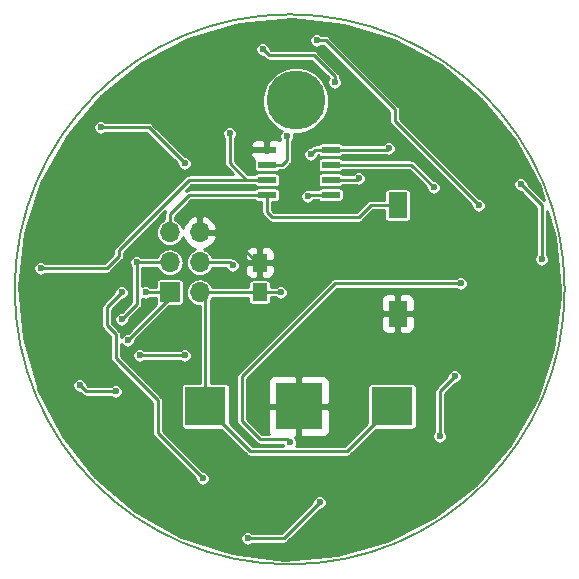
<source format=gbr>
%TF.GenerationSoftware,KiCad,Pcbnew,4.0.7-e2-6376~58~ubuntu16.04.1*%
%TF.CreationDate,2018-02-03T18:41:43+01:00*%
%TF.ProjectId,pin_attiny,70696E5F617474696E792E6B69636164,rev?*%
%TF.FileFunction,Copper,L2,Bot,Signal*%
%FSLAX46Y46*%
G04 Gerber Fmt 4.6, Leading zero omitted, Abs format (unit mm)*
G04 Created by KiCad (PCBNEW 4.0.7-e2-6376~58~ubuntu16.04.1) date Sat Feb  3 18:41:43 2018*
%MOMM*%
%LPD*%
G01*
G04 APERTURE LIST*
%ADD10C,0.100000*%
%ADD11C,0.150000*%
%ADD12C,5.000000*%
%ADD13R,1.700000X1.700000*%
%ADD14O,1.700000X1.700000*%
%ADD15R,3.500000X3.300000*%
%ADD16R,4.000000X4.000000*%
%ADD17R,1.250000X1.500000*%
%ADD18R,1.600000X2.180000*%
%ADD19R,1.550000X0.600000*%
%ADD20C,0.600000*%
%ADD21C,0.250000*%
%ADD22C,0.254000*%
G04 APERTURE END LIST*
D10*
D11*
X116246256Y-97282000D02*
G75*
G03X116246256Y-97282000I-23282256J0D01*
G01*
D12*
X93472000Y-81280000D03*
D13*
X82804000Y-97536000D03*
D14*
X85344000Y-97536000D03*
X82804000Y-94996000D03*
X85344000Y-94996000D03*
X82804000Y-92456000D03*
X85344000Y-92456000D03*
D15*
X101626000Y-107188000D03*
X85826000Y-107188000D03*
D16*
X93726000Y-107188000D03*
D17*
X90424000Y-97516000D03*
X90424000Y-95016000D03*
D18*
X102108000Y-90152000D03*
X102108000Y-99332000D03*
D19*
X91026000Y-89281000D03*
X91026000Y-88011000D03*
X91026000Y-86741000D03*
X91026000Y-85471000D03*
X96426000Y-85471000D03*
X96426000Y-86741000D03*
X96426000Y-88011000D03*
X96426000Y-89281000D03*
D20*
X92202000Y-97536000D03*
X94488000Y-89408000D03*
X93472000Y-94996000D03*
X96520000Y-98806000D03*
X89154000Y-92456000D03*
X88900000Y-85598000D03*
X71882000Y-95504000D03*
X107442000Y-96774000D03*
X92964000Y-110236000D03*
X87884000Y-84074000D03*
X95250000Y-76200000D03*
X108966000Y-90170000D03*
X114300000Y-94742000D03*
X112522000Y-88392000D03*
X94742000Y-85852000D03*
X101346000Y-85344000D03*
X78232000Y-105918000D03*
X75184000Y-105410000D03*
X88138000Y-95250000D03*
X85598000Y-113284000D03*
X78740000Y-97536000D03*
X92710000Y-84328000D03*
X84074000Y-86614000D03*
X76962000Y-83566000D03*
X84074000Y-102870000D03*
X80264000Y-102870000D03*
X106934000Y-104648000D03*
X105664000Y-109728000D03*
X80772000Y-97536000D03*
X105156000Y-88646000D03*
X79248000Y-101600000D03*
X98806000Y-87884000D03*
X96774000Y-79756000D03*
X90678000Y-76962000D03*
X78740000Y-99822000D03*
X80010000Y-94996000D03*
X89408000Y-118364000D03*
X95504000Y-115316000D03*
D21*
X101626000Y-107188000D02*
X101600000Y-107188000D01*
X101600000Y-107188000D02*
X97790000Y-110998000D01*
X97790000Y-110998000D02*
X89636000Y-110998000D01*
X89636000Y-110998000D02*
X85826000Y-107188000D01*
X85826000Y-107188000D02*
X85826000Y-98018000D01*
X85826000Y-98018000D02*
X85344000Y-97536000D01*
X96426000Y-89281000D02*
X94615000Y-89281000D01*
X92182000Y-97516000D02*
X90424000Y-97516000D01*
X92202000Y-97536000D02*
X92182000Y-97516000D01*
X94615000Y-89281000D02*
X94488000Y-89408000D01*
X85344000Y-97536000D02*
X90404000Y-97536000D01*
X90404000Y-97536000D02*
X90424000Y-97516000D01*
X102108000Y-99332000D02*
X97046000Y-99332000D01*
X93452000Y-95016000D02*
X90424000Y-95016000D01*
X93472000Y-94996000D02*
X93452000Y-95016000D01*
X97046000Y-99332000D02*
X96520000Y-98806000D01*
X91026000Y-85471000D02*
X89027000Y-85471000D01*
X89154000Y-92456000D02*
X87376000Y-92456000D01*
X89027000Y-85471000D02*
X88900000Y-85598000D01*
X102108000Y-99332000D02*
X97010000Y-99332000D01*
X93726000Y-102616000D02*
X93726000Y-107188000D01*
X97010000Y-99332000D02*
X93726000Y-102616000D01*
X90424000Y-95016000D02*
X90190000Y-95016000D01*
X90190000Y-95016000D02*
X87630000Y-92456000D01*
X87630000Y-92456000D02*
X87376000Y-92456000D01*
X87376000Y-92456000D02*
X85344000Y-92456000D01*
X89281000Y-88011000D02*
X84455000Y-88011000D01*
X77470000Y-95504000D02*
X71882000Y-95504000D01*
X78486000Y-94488000D02*
X77470000Y-95504000D01*
X78486000Y-93980000D02*
X78486000Y-94488000D01*
X84455000Y-88011000D02*
X78486000Y-93980000D01*
X96774000Y-96774000D02*
X107442000Y-96774000D01*
X88900000Y-104648000D02*
X96774000Y-96774000D01*
X88900000Y-108458000D02*
X88900000Y-104648000D01*
X90424000Y-109982000D02*
X88900000Y-108458000D01*
X92710000Y-109982000D02*
X90424000Y-109982000D01*
X92964000Y-110236000D02*
X92710000Y-109982000D01*
X91026000Y-88011000D02*
X89281000Y-88011000D01*
X87884000Y-86614000D02*
X87884000Y-84074000D01*
X89281000Y-88011000D02*
X87884000Y-86614000D01*
X96012000Y-76200000D02*
X95250000Y-76200000D01*
X101854000Y-82042000D02*
X96012000Y-76200000D01*
X101854000Y-83058000D02*
X101854000Y-82042000D01*
X108966000Y-90170000D02*
X101854000Y-83058000D01*
X114300000Y-90170000D02*
X114300000Y-94742000D01*
X112522000Y-88392000D02*
X114300000Y-90170000D01*
X96426000Y-85471000D02*
X95123000Y-85471000D01*
X95123000Y-85471000D02*
X94742000Y-85852000D01*
X96426000Y-85471000D02*
X101219000Y-85471000D01*
X101219000Y-85471000D02*
X101346000Y-85344000D01*
X75692000Y-105918000D02*
X78232000Y-105918000D01*
X75184000Y-105410000D02*
X75692000Y-105918000D01*
X87884000Y-94996000D02*
X85344000Y-94996000D01*
X88138000Y-95250000D02*
X87884000Y-94996000D01*
X81788000Y-109474000D02*
X85598000Y-113284000D01*
X81788000Y-106680000D02*
X81788000Y-109474000D01*
X78232000Y-103124000D02*
X81788000Y-106680000D01*
X78232000Y-101092000D02*
X78232000Y-103124000D01*
X77470000Y-100330000D02*
X78232000Y-101092000D01*
X77470000Y-98806000D02*
X77470000Y-100330000D01*
X78740000Y-97536000D02*
X77470000Y-98806000D01*
X91026000Y-86741000D02*
X92329000Y-86741000D01*
X92329000Y-86741000D02*
X92710000Y-86360000D01*
X92710000Y-86360000D02*
X92710000Y-84328000D01*
X84074000Y-86614000D02*
X81026000Y-83566000D01*
X81026000Y-83566000D02*
X76962000Y-83566000D01*
X80264000Y-102870000D02*
X84074000Y-102870000D01*
X106934000Y-104648000D02*
X105664000Y-105918000D01*
X105664000Y-105918000D02*
X105664000Y-109728000D01*
X80772000Y-97536000D02*
X82804000Y-97536000D01*
X96426000Y-86741000D02*
X103251000Y-86741000D01*
X103251000Y-86741000D02*
X105156000Y-88646000D01*
X82804000Y-97536000D02*
X82804000Y-98044000D01*
X82804000Y-98044000D02*
X79248000Y-101600000D01*
X98679000Y-88011000D02*
X96426000Y-88011000D01*
X98806000Y-87884000D02*
X98679000Y-88011000D01*
X96774000Y-79248000D02*
X96774000Y-79756000D01*
X94996000Y-77470000D02*
X96774000Y-79248000D01*
X91186000Y-77470000D02*
X94996000Y-77470000D01*
X90678000Y-76962000D02*
X91186000Y-77470000D01*
X80010000Y-98552000D02*
X80010000Y-94996000D01*
X78740000Y-99822000D02*
X80010000Y-98552000D01*
X80010000Y-94996000D02*
X82804000Y-94996000D01*
X92456000Y-118364000D02*
X89408000Y-118364000D01*
X95504000Y-115316000D02*
X92456000Y-118364000D01*
X102108000Y-90152000D02*
X99840000Y-90152000D01*
X91026000Y-90772000D02*
X91026000Y-89281000D01*
X91440000Y-91186000D02*
X91026000Y-90772000D01*
X98806000Y-91186000D02*
X91440000Y-91186000D01*
X99840000Y-90152000D02*
X98806000Y-91186000D01*
X91026000Y-89281000D02*
X84455000Y-89281000D01*
X84455000Y-89281000D02*
X82804000Y-90932000D01*
X82804000Y-90932000D02*
X82804000Y-92456000D01*
X102108000Y-90152000D02*
X102108000Y-89916000D01*
D22*
G36*
X97564714Y-74869068D02*
X101830456Y-76189535D01*
X105758477Y-78313408D01*
X109199160Y-81159789D01*
X112021451Y-84620260D01*
X114117850Y-88563012D01*
X114457625Y-89688401D01*
X113148348Y-88379124D01*
X113149027Y-88330519D01*
X113125144Y-88209900D01*
X113078287Y-88096217D01*
X113010241Y-87993800D01*
X112923599Y-87906550D01*
X112821659Y-87837791D01*
X112708306Y-87790142D01*
X112587856Y-87765417D01*
X112464898Y-87764559D01*
X112344115Y-87787600D01*
X112230108Y-87833662D01*
X112127218Y-87900991D01*
X112039366Y-87987022D01*
X111969897Y-88088479D01*
X111921457Y-88201497D01*
X111895892Y-88321771D01*
X111894176Y-88444720D01*
X111916372Y-88565661D01*
X111961637Y-88679987D01*
X112028246Y-88783344D01*
X112113662Y-88871795D01*
X112214632Y-88941971D01*
X112327309Y-88991198D01*
X112447401Y-89017602D01*
X112509683Y-89018907D01*
X113848000Y-90357224D01*
X113848000Y-94307023D01*
X113817366Y-94337022D01*
X113747897Y-94438479D01*
X113699457Y-94551497D01*
X113673892Y-94671771D01*
X113672176Y-94794720D01*
X113694372Y-94915661D01*
X113739637Y-95029987D01*
X113806246Y-95133344D01*
X113891662Y-95221795D01*
X113992632Y-95291971D01*
X114105309Y-95341198D01*
X114225401Y-95367602D01*
X114348336Y-95370177D01*
X114469429Y-95348825D01*
X114584068Y-95304359D01*
X114687888Y-95238474D01*
X114776933Y-95153677D01*
X114847811Y-95053200D01*
X114897824Y-94940870D01*
X114925066Y-94820964D01*
X114927027Y-94680519D01*
X114903144Y-94559900D01*
X114856287Y-94446217D01*
X114788241Y-94343800D01*
X114752000Y-94307305D01*
X114752000Y-90663418D01*
X115408505Y-92837868D01*
X115844256Y-97282000D01*
X115835335Y-97920854D01*
X115275667Y-102351086D01*
X113866154Y-106588239D01*
X111660484Y-110470919D01*
X108742672Y-113851238D01*
X105223854Y-116600439D01*
X101238063Y-118613807D01*
X96937115Y-119814653D01*
X92484832Y-120157238D01*
X88050801Y-119628512D01*
X84321290Y-118416720D01*
X88780176Y-118416720D01*
X88802372Y-118537661D01*
X88847637Y-118651987D01*
X88914246Y-118755344D01*
X88999662Y-118843795D01*
X89100632Y-118913971D01*
X89213309Y-118963198D01*
X89333401Y-118989602D01*
X89456336Y-118992177D01*
X89577429Y-118970825D01*
X89692068Y-118926359D01*
X89795888Y-118860474D01*
X89842590Y-118816000D01*
X92456000Y-118816000D01*
X92497518Y-118811929D01*
X92539146Y-118808287D01*
X92541428Y-118807624D01*
X92543794Y-118807392D01*
X92583764Y-118795324D01*
X92623858Y-118783676D01*
X92625968Y-118782582D01*
X92628244Y-118781895D01*
X92665097Y-118762299D01*
X92702177Y-118743079D01*
X92704036Y-118741595D01*
X92706133Y-118740480D01*
X92738463Y-118714113D01*
X92771119Y-118688044D01*
X92774424Y-118684784D01*
X92774495Y-118684726D01*
X92774550Y-118684660D01*
X92775612Y-118683612D01*
X95515812Y-115943412D01*
X95552336Y-115944177D01*
X95673429Y-115922825D01*
X95788068Y-115878359D01*
X95891888Y-115812474D01*
X95980933Y-115727677D01*
X96051811Y-115627200D01*
X96101824Y-115514870D01*
X96129066Y-115394964D01*
X96131027Y-115254519D01*
X96107144Y-115133900D01*
X96060287Y-115020217D01*
X95992241Y-114917800D01*
X95905599Y-114830550D01*
X95803659Y-114761791D01*
X95690306Y-114714142D01*
X95569856Y-114689417D01*
X95446898Y-114688559D01*
X95326115Y-114711600D01*
X95212108Y-114757662D01*
X95109218Y-114824991D01*
X95021366Y-114911022D01*
X94951897Y-115012479D01*
X94903457Y-115125497D01*
X94877892Y-115245771D01*
X94877084Y-115303692D01*
X92268776Y-117912000D01*
X89842816Y-117912000D01*
X89809599Y-117878550D01*
X89707659Y-117809791D01*
X89594306Y-117762142D01*
X89473856Y-117737417D01*
X89350898Y-117736559D01*
X89230115Y-117759600D01*
X89116108Y-117805662D01*
X89013218Y-117872991D01*
X88925366Y-117959022D01*
X88855897Y-118060479D01*
X88807457Y-118173497D01*
X88781892Y-118293771D01*
X88780176Y-118416720D01*
X84321290Y-118416720D01*
X83803912Y-118248614D01*
X79905927Y-116070104D01*
X76505321Y-113175961D01*
X73731621Y-109676423D01*
X71690476Y-105704784D01*
X71621066Y-105462720D01*
X74556176Y-105462720D01*
X74578372Y-105583661D01*
X74623637Y-105697987D01*
X74690246Y-105801344D01*
X74775662Y-105889795D01*
X74876632Y-105959971D01*
X74989309Y-106009198D01*
X75109401Y-106035602D01*
X75171682Y-106036907D01*
X75372387Y-106237612D01*
X75404669Y-106264128D01*
X75436635Y-106290951D01*
X75438715Y-106292095D01*
X75440554Y-106293605D01*
X75477382Y-106313352D01*
X75513938Y-106333449D01*
X75516202Y-106334167D01*
X75518298Y-106335291D01*
X75558200Y-106347490D01*
X75598024Y-106360123D01*
X75600390Y-106360388D01*
X75602659Y-106361082D01*
X75644142Y-106365296D01*
X75685689Y-106369956D01*
X75690337Y-106369988D01*
X75690422Y-106369997D01*
X75690501Y-106369990D01*
X75692000Y-106370000D01*
X77796821Y-106370000D01*
X77823662Y-106397795D01*
X77924632Y-106467971D01*
X78037309Y-106517198D01*
X78157401Y-106543602D01*
X78280336Y-106546177D01*
X78401429Y-106524825D01*
X78516068Y-106480359D01*
X78619888Y-106414474D01*
X78708933Y-106329677D01*
X78779811Y-106229200D01*
X78829824Y-106116870D01*
X78857066Y-105996964D01*
X78859027Y-105856519D01*
X78835144Y-105735900D01*
X78788287Y-105622217D01*
X78720241Y-105519800D01*
X78633599Y-105432550D01*
X78531659Y-105363791D01*
X78418306Y-105316142D01*
X78297856Y-105291417D01*
X78174898Y-105290559D01*
X78054115Y-105313600D01*
X77940108Y-105359662D01*
X77837218Y-105426991D01*
X77797383Y-105466000D01*
X75879225Y-105466000D01*
X75810348Y-105397124D01*
X75811027Y-105348519D01*
X75787144Y-105227900D01*
X75740287Y-105114217D01*
X75672241Y-105011800D01*
X75585599Y-104924550D01*
X75483659Y-104855791D01*
X75370306Y-104808142D01*
X75249856Y-104783417D01*
X75126898Y-104782559D01*
X75006115Y-104805600D01*
X74892108Y-104851662D01*
X74789218Y-104918991D01*
X74701366Y-105005022D01*
X74631897Y-105106479D01*
X74583457Y-105219497D01*
X74557892Y-105339771D01*
X74556176Y-105462720D01*
X71621066Y-105462720D01*
X70459633Y-101412324D01*
X70240774Y-98806000D01*
X77018000Y-98806000D01*
X77018000Y-100330000D01*
X77022071Y-100371518D01*
X77025713Y-100413146D01*
X77026376Y-100415428D01*
X77026608Y-100417794D01*
X77038676Y-100457764D01*
X77050324Y-100497858D01*
X77051418Y-100499968D01*
X77052105Y-100502244D01*
X77071701Y-100539097D01*
X77090921Y-100576177D01*
X77092405Y-100578036D01*
X77093520Y-100580133D01*
X77119887Y-100612463D01*
X77145956Y-100645119D01*
X77149216Y-100648424D01*
X77149274Y-100648495D01*
X77149340Y-100648550D01*
X77150388Y-100649612D01*
X77780000Y-101279224D01*
X77780000Y-103124000D01*
X77784071Y-103165518D01*
X77787713Y-103207146D01*
X77788376Y-103209428D01*
X77788608Y-103211794D01*
X77800676Y-103251764D01*
X77812324Y-103291858D01*
X77813418Y-103293968D01*
X77814105Y-103296244D01*
X77833701Y-103333097D01*
X77852921Y-103370177D01*
X77854405Y-103372036D01*
X77855520Y-103374133D01*
X77881887Y-103406463D01*
X77907956Y-103439119D01*
X77911216Y-103442424D01*
X77911274Y-103442495D01*
X77911340Y-103442550D01*
X77912388Y-103443612D01*
X81336000Y-106867225D01*
X81336000Y-109474000D01*
X81340071Y-109515518D01*
X81343713Y-109557146D01*
X81344376Y-109559428D01*
X81344608Y-109561794D01*
X81356676Y-109601764D01*
X81368324Y-109641858D01*
X81369418Y-109643968D01*
X81370105Y-109646244D01*
X81389701Y-109683097D01*
X81408921Y-109720177D01*
X81410405Y-109722036D01*
X81411520Y-109724133D01*
X81437887Y-109756463D01*
X81463956Y-109789119D01*
X81467216Y-109792424D01*
X81467274Y-109792495D01*
X81467340Y-109792550D01*
X81468388Y-109793612D01*
X84970745Y-113295969D01*
X84970176Y-113336720D01*
X84992372Y-113457661D01*
X85037637Y-113571987D01*
X85104246Y-113675344D01*
X85189662Y-113763795D01*
X85290632Y-113833971D01*
X85403309Y-113883198D01*
X85523401Y-113909602D01*
X85646336Y-113912177D01*
X85767429Y-113890825D01*
X85882068Y-113846359D01*
X85985888Y-113780474D01*
X86074933Y-113695677D01*
X86145811Y-113595200D01*
X86195824Y-113482870D01*
X86223066Y-113362964D01*
X86225027Y-113222519D01*
X86201144Y-113101900D01*
X86154287Y-112988217D01*
X86086241Y-112885800D01*
X85999599Y-112798550D01*
X85897659Y-112729791D01*
X85784306Y-112682142D01*
X85663856Y-112657417D01*
X85610267Y-112657043D01*
X82240000Y-109286776D01*
X82240000Y-106680000D01*
X82235920Y-106638387D01*
X82232286Y-106596854D01*
X82231624Y-106594577D01*
X82231392Y-106592206D01*
X82219298Y-106552149D01*
X82207675Y-106512142D01*
X82206583Y-106510036D01*
X82205895Y-106507756D01*
X82186281Y-106470867D01*
X82167079Y-106433823D01*
X82165595Y-106431964D01*
X82164480Y-106429867D01*
X82138088Y-106397507D01*
X82112043Y-106364881D01*
X82108782Y-106361573D01*
X82108726Y-106361505D01*
X82108663Y-106361453D01*
X82107612Y-106360387D01*
X81285225Y-105538000D01*
X83747418Y-105538000D01*
X83747418Y-108838000D01*
X83751571Y-108890074D01*
X83778922Y-108978396D01*
X83829797Y-109055601D01*
X83900167Y-109115577D01*
X83984459Y-109153573D01*
X84076000Y-109166582D01*
X87165358Y-109166582D01*
X89316388Y-111317612D01*
X89348644Y-111344108D01*
X89380635Y-111370951D01*
X89382715Y-111372095D01*
X89384554Y-111373605D01*
X89421398Y-111393361D01*
X89457938Y-111413449D01*
X89460200Y-111414167D01*
X89462299Y-111415292D01*
X89502273Y-111427513D01*
X89542024Y-111440123D01*
X89544385Y-111440388D01*
X89546659Y-111441083D01*
X89588232Y-111445306D01*
X89629689Y-111449956D01*
X89634328Y-111449988D01*
X89634423Y-111449998D01*
X89634512Y-111449990D01*
X89636000Y-111450000D01*
X97790000Y-111450000D01*
X97831518Y-111445929D01*
X97873146Y-111442287D01*
X97875428Y-111441624D01*
X97877794Y-111441392D01*
X97917764Y-111429324D01*
X97957858Y-111417676D01*
X97959968Y-111416582D01*
X97962244Y-111415895D01*
X97999097Y-111396299D01*
X98036177Y-111377079D01*
X98038036Y-111375595D01*
X98040133Y-111374480D01*
X98072463Y-111348113D01*
X98105119Y-111322044D01*
X98108424Y-111318784D01*
X98108495Y-111318726D01*
X98108550Y-111318660D01*
X98109612Y-111317612D01*
X99646504Y-109780720D01*
X105036176Y-109780720D01*
X105058372Y-109901661D01*
X105103637Y-110015987D01*
X105170246Y-110119344D01*
X105255662Y-110207795D01*
X105356632Y-110277971D01*
X105469309Y-110327198D01*
X105589401Y-110353602D01*
X105712336Y-110356177D01*
X105833429Y-110334825D01*
X105948068Y-110290359D01*
X106051888Y-110224474D01*
X106140933Y-110139677D01*
X106211811Y-110039200D01*
X106261824Y-109926870D01*
X106289066Y-109806964D01*
X106291027Y-109666519D01*
X106267144Y-109545900D01*
X106220287Y-109432217D01*
X106152241Y-109329800D01*
X106116000Y-109293305D01*
X106116000Y-106105224D01*
X106945812Y-105275412D01*
X106982336Y-105276177D01*
X107103429Y-105254825D01*
X107218068Y-105210359D01*
X107321888Y-105144474D01*
X107410933Y-105059677D01*
X107481811Y-104959200D01*
X107531824Y-104846870D01*
X107559066Y-104726964D01*
X107561027Y-104586519D01*
X107537144Y-104465900D01*
X107490287Y-104352217D01*
X107422241Y-104249800D01*
X107335599Y-104162550D01*
X107233659Y-104093791D01*
X107120306Y-104046142D01*
X106999856Y-104021417D01*
X106876898Y-104020559D01*
X106756115Y-104043600D01*
X106642108Y-104089662D01*
X106539218Y-104156991D01*
X106451366Y-104243022D01*
X106381897Y-104344479D01*
X106333457Y-104457497D01*
X106307892Y-104577771D01*
X106307084Y-104635692D01*
X105344388Y-105598388D01*
X105317892Y-105630644D01*
X105291049Y-105662635D01*
X105289905Y-105664715D01*
X105288395Y-105666554D01*
X105268658Y-105703363D01*
X105248551Y-105739938D01*
X105247832Y-105742205D01*
X105246709Y-105744299D01*
X105234515Y-105784186D01*
X105221877Y-105824024D01*
X105221612Y-105826390D01*
X105220918Y-105828659D01*
X105216699Y-105870187D01*
X105212044Y-105911689D01*
X105212012Y-105916327D01*
X105212002Y-105916422D01*
X105212010Y-105916511D01*
X105212000Y-105918000D01*
X105212000Y-109293023D01*
X105181366Y-109323022D01*
X105111897Y-109424479D01*
X105063457Y-109537497D01*
X105037892Y-109657771D01*
X105036176Y-109780720D01*
X99646504Y-109780720D01*
X100260642Y-109166582D01*
X103376000Y-109166582D01*
X103428074Y-109162429D01*
X103516396Y-109135078D01*
X103593601Y-109084203D01*
X103653577Y-109013833D01*
X103691573Y-108929541D01*
X103704582Y-108838000D01*
X103704582Y-105538000D01*
X103700429Y-105485926D01*
X103673078Y-105397604D01*
X103622203Y-105320399D01*
X103551833Y-105260423D01*
X103467541Y-105222427D01*
X103376000Y-105209418D01*
X99876000Y-105209418D01*
X99823926Y-105213571D01*
X99735604Y-105240922D01*
X99658399Y-105291797D01*
X99598423Y-105362167D01*
X99560427Y-105446459D01*
X99547418Y-105538000D01*
X99547418Y-108601358D01*
X97602776Y-110546000D01*
X93512345Y-110546000D01*
X93561824Y-110434870D01*
X93589066Y-110314964D01*
X93591027Y-110174519D01*
X93567144Y-110053900D01*
X93520287Y-109940217D01*
X93452241Y-109837800D01*
X93437544Y-109823000D01*
X93440250Y-109823000D01*
X93599000Y-109664250D01*
X93599000Y-107315000D01*
X93853000Y-107315000D01*
X93853000Y-109664250D01*
X94011750Y-109823000D01*
X95788542Y-109823000D01*
X95911223Y-109798597D01*
X96026785Y-109750730D01*
X96130789Y-109681237D01*
X96219237Y-109592789D01*
X96288730Y-109488785D01*
X96336597Y-109373223D01*
X96361000Y-109250542D01*
X96361000Y-107473750D01*
X96202250Y-107315000D01*
X93853000Y-107315000D01*
X93599000Y-107315000D01*
X91249750Y-107315000D01*
X91091000Y-107473750D01*
X91091000Y-109250542D01*
X91115403Y-109373223D01*
X91163270Y-109488785D01*
X91190809Y-109530000D01*
X90611225Y-109530000D01*
X89352000Y-108270776D01*
X89352000Y-105125458D01*
X91091000Y-105125458D01*
X91091000Y-106902250D01*
X91249750Y-107061000D01*
X93599000Y-107061000D01*
X93599000Y-104711750D01*
X93853000Y-104711750D01*
X93853000Y-107061000D01*
X96202250Y-107061000D01*
X96361000Y-106902250D01*
X96361000Y-105125458D01*
X96336597Y-105002777D01*
X96288730Y-104887215D01*
X96219237Y-104783211D01*
X96130789Y-104694763D01*
X96026785Y-104625270D01*
X95911223Y-104577403D01*
X95788542Y-104553000D01*
X94011750Y-104553000D01*
X93853000Y-104711750D01*
X93599000Y-104711750D01*
X93440250Y-104553000D01*
X91663458Y-104553000D01*
X91540777Y-104577403D01*
X91425215Y-104625270D01*
X91321211Y-104694763D01*
X91232763Y-104783211D01*
X91163270Y-104887215D01*
X91115403Y-105002777D01*
X91091000Y-105125458D01*
X89352000Y-105125458D01*
X89352000Y-104835224D01*
X94569474Y-99617750D01*
X100673000Y-99617750D01*
X100673000Y-100484542D01*
X100697403Y-100607223D01*
X100745270Y-100722785D01*
X100814763Y-100826789D01*
X100903211Y-100915237D01*
X101007215Y-100984730D01*
X101122777Y-101032597D01*
X101245458Y-101057000D01*
X101822250Y-101057000D01*
X101981000Y-100898250D01*
X101981000Y-99459000D01*
X102235000Y-99459000D01*
X102235000Y-100898250D01*
X102393750Y-101057000D01*
X102970542Y-101057000D01*
X103093223Y-101032597D01*
X103208785Y-100984730D01*
X103312789Y-100915237D01*
X103401237Y-100826789D01*
X103470730Y-100722785D01*
X103518597Y-100607223D01*
X103543000Y-100484542D01*
X103543000Y-99617750D01*
X103384250Y-99459000D01*
X102235000Y-99459000D01*
X101981000Y-99459000D01*
X100831750Y-99459000D01*
X100673000Y-99617750D01*
X94569474Y-99617750D01*
X96007766Y-98179458D01*
X100673000Y-98179458D01*
X100673000Y-99046250D01*
X100831750Y-99205000D01*
X101981000Y-99205000D01*
X101981000Y-97765750D01*
X102235000Y-97765750D01*
X102235000Y-99205000D01*
X103384250Y-99205000D01*
X103543000Y-99046250D01*
X103543000Y-98179458D01*
X103518597Y-98056777D01*
X103470730Y-97941215D01*
X103401237Y-97837211D01*
X103312789Y-97748763D01*
X103208785Y-97679270D01*
X103093223Y-97631403D01*
X102970542Y-97607000D01*
X102393750Y-97607000D01*
X102235000Y-97765750D01*
X101981000Y-97765750D01*
X101822250Y-97607000D01*
X101245458Y-97607000D01*
X101122777Y-97631403D01*
X101007215Y-97679270D01*
X100903211Y-97748763D01*
X100814763Y-97837211D01*
X100745270Y-97941215D01*
X100697403Y-98056777D01*
X100673000Y-98179458D01*
X96007766Y-98179458D01*
X96961225Y-97226000D01*
X107006821Y-97226000D01*
X107033662Y-97253795D01*
X107134632Y-97323971D01*
X107247309Y-97373198D01*
X107367401Y-97399602D01*
X107490336Y-97402177D01*
X107611429Y-97380825D01*
X107726068Y-97336359D01*
X107829888Y-97270474D01*
X107918933Y-97185677D01*
X107989811Y-97085200D01*
X108039824Y-96972870D01*
X108067066Y-96852964D01*
X108069027Y-96712519D01*
X108045144Y-96591900D01*
X107998287Y-96478217D01*
X107930241Y-96375800D01*
X107843599Y-96288550D01*
X107741659Y-96219791D01*
X107628306Y-96172142D01*
X107507856Y-96147417D01*
X107384898Y-96146559D01*
X107264115Y-96169600D01*
X107150108Y-96215662D01*
X107047218Y-96282991D01*
X107007383Y-96322000D01*
X96774000Y-96322000D01*
X96732478Y-96326071D01*
X96690854Y-96329713D01*
X96688572Y-96330376D01*
X96686206Y-96330608D01*
X96646236Y-96342676D01*
X96606142Y-96354324D01*
X96604031Y-96355418D01*
X96601756Y-96356105D01*
X96564942Y-96375680D01*
X96527823Y-96394920D01*
X96525960Y-96396407D01*
X96523867Y-96397520D01*
X96491540Y-96423885D01*
X96458882Y-96449956D01*
X96455573Y-96453218D01*
X96455505Y-96453274D01*
X96455453Y-96453337D01*
X96454388Y-96454387D01*
X88580388Y-104328388D01*
X88553892Y-104360644D01*
X88527049Y-104392635D01*
X88525905Y-104394715D01*
X88524395Y-104396554D01*
X88504658Y-104433363D01*
X88484551Y-104469938D01*
X88483832Y-104472205D01*
X88482709Y-104474299D01*
X88470515Y-104514186D01*
X88457877Y-104554024D01*
X88457612Y-104556390D01*
X88456918Y-104558659D01*
X88452699Y-104600187D01*
X88448044Y-104641689D01*
X88448012Y-104646327D01*
X88448002Y-104646422D01*
X88448010Y-104646511D01*
X88448000Y-104648000D01*
X88448000Y-108458000D01*
X88452071Y-108499518D01*
X88455713Y-108541146D01*
X88456376Y-108543428D01*
X88456608Y-108545794D01*
X88468676Y-108585764D01*
X88480324Y-108625858D01*
X88481418Y-108627968D01*
X88482105Y-108630244D01*
X88501701Y-108667097D01*
X88520921Y-108704177D01*
X88522405Y-108706036D01*
X88523520Y-108708133D01*
X88549887Y-108740463D01*
X88575956Y-108773119D01*
X88579216Y-108776424D01*
X88579274Y-108776495D01*
X88579340Y-108776550D01*
X88580388Y-108777612D01*
X90104387Y-110301612D01*
X90136669Y-110328128D01*
X90168635Y-110354951D01*
X90170715Y-110356095D01*
X90172554Y-110357605D01*
X90209382Y-110377352D01*
X90245938Y-110397449D01*
X90248202Y-110398167D01*
X90250298Y-110399291D01*
X90290200Y-110411490D01*
X90330024Y-110424123D01*
X90332390Y-110424388D01*
X90334659Y-110425082D01*
X90376142Y-110429296D01*
X90417689Y-110433956D01*
X90422337Y-110433988D01*
X90422422Y-110433997D01*
X90422501Y-110433990D01*
X90424000Y-110434000D01*
X92368009Y-110434000D01*
X92403637Y-110523987D01*
X92417823Y-110546000D01*
X89823224Y-110546000D01*
X87904582Y-108627358D01*
X87904582Y-105538000D01*
X87900429Y-105485926D01*
X87873078Y-105397604D01*
X87822203Y-105320399D01*
X87751833Y-105260423D01*
X87667541Y-105222427D01*
X87576000Y-105209418D01*
X86278000Y-105209418D01*
X86278000Y-98251554D01*
X86325472Y-98194170D01*
X86434728Y-97992106D01*
X86435999Y-97988000D01*
X89470418Y-97988000D01*
X89470418Y-98266000D01*
X89474571Y-98318074D01*
X89501922Y-98406396D01*
X89552797Y-98483601D01*
X89623167Y-98543577D01*
X89707459Y-98581573D01*
X89799000Y-98594582D01*
X91049000Y-98594582D01*
X91101074Y-98590429D01*
X91189396Y-98563078D01*
X91266601Y-98512203D01*
X91326577Y-98441833D01*
X91364573Y-98357541D01*
X91377582Y-98266000D01*
X91377582Y-97968000D01*
X91747507Y-97968000D01*
X91793662Y-98015795D01*
X91894632Y-98085971D01*
X92007309Y-98135198D01*
X92127401Y-98161602D01*
X92250336Y-98164177D01*
X92371429Y-98142825D01*
X92486068Y-98098359D01*
X92589888Y-98032474D01*
X92678933Y-97947677D01*
X92749811Y-97847200D01*
X92799824Y-97734870D01*
X92827066Y-97614964D01*
X92829027Y-97474519D01*
X92805144Y-97353900D01*
X92758287Y-97240217D01*
X92690241Y-97137800D01*
X92603599Y-97050550D01*
X92501659Y-96981791D01*
X92388306Y-96934142D01*
X92267856Y-96909417D01*
X92144898Y-96908559D01*
X92024115Y-96931600D01*
X91910108Y-96977662D01*
X91807218Y-97044991D01*
X91787807Y-97064000D01*
X91377582Y-97064000D01*
X91377582Y-96766000D01*
X91373429Y-96713926D01*
X91346078Y-96625604D01*
X91295203Y-96548399D01*
X91224833Y-96488423D01*
X91140541Y-96450427D01*
X91049000Y-96437418D01*
X89799000Y-96437418D01*
X89746926Y-96441571D01*
X89658604Y-96468922D01*
X89581399Y-96519797D01*
X89521423Y-96590167D01*
X89483427Y-96674459D01*
X89470418Y-96766000D01*
X89470418Y-97084000D01*
X86435193Y-97084000D01*
X86334567Y-96891518D01*
X86190629Y-96712496D01*
X86014661Y-96564841D01*
X85813365Y-96454178D01*
X85594407Y-96384720D01*
X85366128Y-96359115D01*
X85349695Y-96359000D01*
X85338305Y-96359000D01*
X85109691Y-96381416D01*
X84889785Y-96447809D01*
X84686963Y-96555652D01*
X84508951Y-96700835D01*
X84362528Y-96877830D01*
X84253272Y-97079894D01*
X84185345Y-97299331D01*
X84161334Y-97527783D01*
X84182153Y-97756548D01*
X84247010Y-97976912D01*
X84353433Y-98180482D01*
X84497371Y-98359504D01*
X84673339Y-98507159D01*
X84874635Y-98617822D01*
X85093593Y-98687280D01*
X85321872Y-98712885D01*
X85338305Y-98713000D01*
X85349695Y-98713000D01*
X85374000Y-98710617D01*
X85374000Y-105209418D01*
X84076000Y-105209418D01*
X84023926Y-105213571D01*
X83935604Y-105240922D01*
X83858399Y-105291797D01*
X83798423Y-105362167D01*
X83760427Y-105446459D01*
X83747418Y-105538000D01*
X81285225Y-105538000D01*
X78684000Y-102936776D01*
X78684000Y-102922720D01*
X79636176Y-102922720D01*
X79658372Y-103043661D01*
X79703637Y-103157987D01*
X79770246Y-103261344D01*
X79855662Y-103349795D01*
X79956632Y-103419971D01*
X80069309Y-103469198D01*
X80189401Y-103495602D01*
X80312336Y-103498177D01*
X80433429Y-103476825D01*
X80548068Y-103432359D01*
X80651888Y-103366474D01*
X80698590Y-103322000D01*
X83638821Y-103322000D01*
X83665662Y-103349795D01*
X83766632Y-103419971D01*
X83879309Y-103469198D01*
X83999401Y-103495602D01*
X84122336Y-103498177D01*
X84243429Y-103476825D01*
X84358068Y-103432359D01*
X84461888Y-103366474D01*
X84550933Y-103281677D01*
X84621811Y-103181200D01*
X84671824Y-103068870D01*
X84699066Y-102948964D01*
X84701027Y-102808519D01*
X84677144Y-102687900D01*
X84630287Y-102574217D01*
X84562241Y-102471800D01*
X84475599Y-102384550D01*
X84373659Y-102315791D01*
X84260306Y-102268142D01*
X84139856Y-102243417D01*
X84016898Y-102242559D01*
X83896115Y-102265600D01*
X83782108Y-102311662D01*
X83679218Y-102378991D01*
X83639383Y-102418000D01*
X80698816Y-102418000D01*
X80665599Y-102384550D01*
X80563659Y-102315791D01*
X80450306Y-102268142D01*
X80329856Y-102243417D01*
X80206898Y-102242559D01*
X80086115Y-102265600D01*
X79972108Y-102311662D01*
X79869218Y-102378991D01*
X79781366Y-102465022D01*
X79711897Y-102566479D01*
X79663457Y-102679497D01*
X79637892Y-102799771D01*
X79636176Y-102922720D01*
X78684000Y-102922720D01*
X78684000Y-101878801D01*
X78687637Y-101887987D01*
X78754246Y-101991344D01*
X78839662Y-102079795D01*
X78940632Y-102149971D01*
X79053309Y-102199198D01*
X79173401Y-102225602D01*
X79296336Y-102228177D01*
X79417429Y-102206825D01*
X79532068Y-102162359D01*
X79635888Y-102096474D01*
X79724933Y-102011677D01*
X79795811Y-101911200D01*
X79845824Y-101798870D01*
X79873066Y-101678964D01*
X79873984Y-101613240D01*
X82772643Y-98714582D01*
X83654000Y-98714582D01*
X83706074Y-98710429D01*
X83794396Y-98683078D01*
X83871601Y-98632203D01*
X83931577Y-98561833D01*
X83969573Y-98477541D01*
X83982582Y-98386000D01*
X83982582Y-96686000D01*
X83978429Y-96633926D01*
X83951078Y-96545604D01*
X83900203Y-96468399D01*
X83829833Y-96408423D01*
X83745541Y-96370427D01*
X83654000Y-96357418D01*
X81954000Y-96357418D01*
X81901926Y-96361571D01*
X81813604Y-96388922D01*
X81736399Y-96439797D01*
X81676423Y-96510167D01*
X81638427Y-96594459D01*
X81625418Y-96686000D01*
X81625418Y-97084000D01*
X81206816Y-97084000D01*
X81173599Y-97050550D01*
X81071659Y-96981791D01*
X80958306Y-96934142D01*
X80837856Y-96909417D01*
X80714898Y-96908559D01*
X80594115Y-96931600D01*
X80480108Y-96977662D01*
X80462000Y-96989511D01*
X80462000Y-95448000D01*
X81712807Y-95448000D01*
X81813433Y-95640482D01*
X81957371Y-95819504D01*
X82133339Y-95967159D01*
X82334635Y-96077822D01*
X82553593Y-96147280D01*
X82781872Y-96172885D01*
X82798305Y-96173000D01*
X82809695Y-96173000D01*
X83038309Y-96150584D01*
X83258215Y-96084191D01*
X83461037Y-95976348D01*
X83639049Y-95831165D01*
X83785472Y-95654170D01*
X83894728Y-95452106D01*
X83962655Y-95232669D01*
X83986666Y-95004217D01*
X83965847Y-94775452D01*
X83900990Y-94555088D01*
X83794567Y-94351518D01*
X83650629Y-94172496D01*
X83474661Y-94024841D01*
X83273365Y-93914178D01*
X83054407Y-93844720D01*
X82826128Y-93819115D01*
X82809695Y-93819000D01*
X82798305Y-93819000D01*
X82569691Y-93841416D01*
X82349785Y-93907809D01*
X82146963Y-94015652D01*
X81968951Y-94160835D01*
X81822528Y-94337830D01*
X81713272Y-94539894D01*
X81712001Y-94544000D01*
X80444816Y-94544000D01*
X80411599Y-94510550D01*
X80309659Y-94441791D01*
X80196306Y-94394142D01*
X80075856Y-94369417D01*
X79952898Y-94368559D01*
X79832115Y-94391600D01*
X79718108Y-94437662D01*
X79615218Y-94504991D01*
X79527366Y-94591022D01*
X79457897Y-94692479D01*
X79409457Y-94805497D01*
X79383892Y-94925771D01*
X79382176Y-95048720D01*
X79404372Y-95169661D01*
X79449637Y-95283987D01*
X79516246Y-95387344D01*
X79558000Y-95430582D01*
X79558000Y-98364776D01*
X78727903Y-99194873D01*
X78682898Y-99194559D01*
X78562115Y-99217600D01*
X78448108Y-99263662D01*
X78345218Y-99330991D01*
X78257366Y-99417022D01*
X78187897Y-99518479D01*
X78139457Y-99631497D01*
X78113892Y-99751771D01*
X78112176Y-99874720D01*
X78134372Y-99995661D01*
X78179637Y-100109987D01*
X78246246Y-100213344D01*
X78331662Y-100301795D01*
X78432632Y-100371971D01*
X78545309Y-100421198D01*
X78665401Y-100447602D01*
X78788336Y-100450177D01*
X78909429Y-100428825D01*
X79024068Y-100384359D01*
X79127888Y-100318474D01*
X79216933Y-100233677D01*
X79287811Y-100133200D01*
X79337824Y-100020870D01*
X79365066Y-99900964D01*
X79365984Y-99835240D01*
X80329612Y-98871612D01*
X80356108Y-98839356D01*
X80382951Y-98807365D01*
X80384095Y-98805285D01*
X80385605Y-98803446D01*
X80405352Y-98766618D01*
X80425449Y-98730062D01*
X80426167Y-98727798D01*
X80427291Y-98725702D01*
X80439490Y-98685800D01*
X80452123Y-98645976D01*
X80452388Y-98643610D01*
X80453082Y-98641341D01*
X80457296Y-98599858D01*
X80461956Y-98558311D01*
X80461988Y-98553663D01*
X80461997Y-98553578D01*
X80461990Y-98553499D01*
X80462000Y-98552000D01*
X80462000Y-98084142D01*
X80464632Y-98085971D01*
X80577309Y-98135198D01*
X80697401Y-98161602D01*
X80820336Y-98164177D01*
X80941429Y-98142825D01*
X81056068Y-98098359D01*
X81159888Y-98032474D01*
X81206590Y-97988000D01*
X81625418Y-97988000D01*
X81625418Y-98386000D01*
X81629571Y-98438074D01*
X81656922Y-98526396D01*
X81667034Y-98541741D01*
X79235903Y-100972873D01*
X79190898Y-100972559D01*
X79070115Y-100995600D01*
X78956108Y-101041662D01*
X78853218Y-101108991D01*
X78765366Y-101195022D01*
X78695897Y-101296479D01*
X78684000Y-101324237D01*
X78684000Y-101092000D01*
X78679929Y-101050478D01*
X78676287Y-101008854D01*
X78675624Y-101006572D01*
X78675392Y-101004206D01*
X78663324Y-100964236D01*
X78651676Y-100924142D01*
X78650582Y-100922032D01*
X78649895Y-100919756D01*
X78630299Y-100882903D01*
X78611079Y-100845823D01*
X78609595Y-100843964D01*
X78608480Y-100841867D01*
X78582093Y-100809513D01*
X78556044Y-100776882D01*
X78552785Y-100773578D01*
X78552726Y-100773505D01*
X78552659Y-100773449D01*
X78551612Y-100772388D01*
X77922000Y-100142776D01*
X77922000Y-98993224D01*
X78751812Y-98163412D01*
X78788336Y-98164177D01*
X78909429Y-98142825D01*
X79024068Y-98098359D01*
X79127888Y-98032474D01*
X79216933Y-97947677D01*
X79287811Y-97847200D01*
X79337824Y-97734870D01*
X79365066Y-97614964D01*
X79367027Y-97474519D01*
X79343144Y-97353900D01*
X79296287Y-97240217D01*
X79228241Y-97137800D01*
X79141599Y-97050550D01*
X79039659Y-96981791D01*
X78926306Y-96934142D01*
X78805856Y-96909417D01*
X78682898Y-96908559D01*
X78562115Y-96931600D01*
X78448108Y-96977662D01*
X78345218Y-97044991D01*
X78257366Y-97131022D01*
X78187897Y-97232479D01*
X78139457Y-97345497D01*
X78113892Y-97465771D01*
X78113084Y-97523692D01*
X77150388Y-98486388D01*
X77123892Y-98518644D01*
X77097049Y-98550635D01*
X77095905Y-98552715D01*
X77094395Y-98554554D01*
X77074658Y-98591363D01*
X77054551Y-98627938D01*
X77053832Y-98630205D01*
X77052709Y-98632299D01*
X77040515Y-98672186D01*
X77027877Y-98712024D01*
X77027612Y-98714390D01*
X77026918Y-98716659D01*
X77022699Y-98758187D01*
X77018044Y-98799689D01*
X77018012Y-98804327D01*
X77018002Y-98804422D01*
X77018010Y-98804511D01*
X77018000Y-98806000D01*
X70240774Y-98806000D01*
X70085974Y-96962542D01*
X70243662Y-95556720D01*
X71254176Y-95556720D01*
X71276372Y-95677661D01*
X71321637Y-95791987D01*
X71388246Y-95895344D01*
X71473662Y-95983795D01*
X71574632Y-96053971D01*
X71687309Y-96103198D01*
X71807401Y-96129602D01*
X71930336Y-96132177D01*
X72051429Y-96110825D01*
X72166068Y-96066359D01*
X72269888Y-96000474D01*
X72316590Y-95956000D01*
X77470000Y-95956000D01*
X77511518Y-95951929D01*
X77553146Y-95948287D01*
X77555428Y-95947624D01*
X77557794Y-95947392D01*
X77597764Y-95935324D01*
X77637858Y-95923676D01*
X77639968Y-95922582D01*
X77642244Y-95921895D01*
X77679097Y-95902299D01*
X77716177Y-95883079D01*
X77718036Y-95881595D01*
X77720133Y-95880480D01*
X77752463Y-95854113D01*
X77785119Y-95828044D01*
X77788424Y-95824784D01*
X77788495Y-95824726D01*
X77788550Y-95824660D01*
X77789612Y-95823612D01*
X78805612Y-94807612D01*
X78832108Y-94775356D01*
X78858951Y-94743365D01*
X78860095Y-94741285D01*
X78861605Y-94739446D01*
X78881342Y-94702637D01*
X78901449Y-94666062D01*
X78902168Y-94663795D01*
X78903291Y-94661701D01*
X78915485Y-94621814D01*
X78928123Y-94581976D01*
X78928388Y-94579610D01*
X78929082Y-94577341D01*
X78933301Y-94535813D01*
X78937956Y-94494311D01*
X78937988Y-94489673D01*
X78937998Y-94489578D01*
X78937990Y-94489489D01*
X78938000Y-94488000D01*
X78938000Y-94167224D01*
X82443877Y-90661347D01*
X82431049Y-90676635D01*
X82429905Y-90678715D01*
X82428395Y-90680554D01*
X82408658Y-90717363D01*
X82388551Y-90753938D01*
X82387832Y-90756205D01*
X82386709Y-90758299D01*
X82374517Y-90798177D01*
X82361877Y-90838024D01*
X82361612Y-90840390D01*
X82360918Y-90842659D01*
X82356699Y-90884187D01*
X82352044Y-90925689D01*
X82352012Y-90930327D01*
X82352002Y-90930422D01*
X82352010Y-90930511D01*
X82352000Y-90932000D01*
X82352000Y-91367140D01*
X82349785Y-91367809D01*
X82146963Y-91475652D01*
X81968951Y-91620835D01*
X81822528Y-91797830D01*
X81713272Y-91999894D01*
X81645345Y-92219331D01*
X81621334Y-92447783D01*
X81642153Y-92676548D01*
X81707010Y-92896912D01*
X81813433Y-93100482D01*
X81957371Y-93279504D01*
X82133339Y-93427159D01*
X82334635Y-93537822D01*
X82553593Y-93607280D01*
X82781872Y-93632885D01*
X82798305Y-93633000D01*
X82809695Y-93633000D01*
X83038309Y-93610584D01*
X83258215Y-93544191D01*
X83461037Y-93436348D01*
X83639049Y-93291165D01*
X83785472Y-93114170D01*
X83894728Y-92912106D01*
X83913866Y-92850282D01*
X83947175Y-92960099D01*
X84072359Y-93222920D01*
X84246412Y-93456269D01*
X84462645Y-93651178D01*
X84712748Y-93800157D01*
X84958089Y-93887187D01*
X84889785Y-93907809D01*
X84686963Y-94015652D01*
X84508951Y-94160835D01*
X84362528Y-94337830D01*
X84253272Y-94539894D01*
X84185345Y-94759331D01*
X84161334Y-94987783D01*
X84182153Y-95216548D01*
X84247010Y-95436912D01*
X84353433Y-95640482D01*
X84497371Y-95819504D01*
X84673339Y-95967159D01*
X84874635Y-96077822D01*
X85093593Y-96147280D01*
X85321872Y-96172885D01*
X85338305Y-96173000D01*
X85349695Y-96173000D01*
X85578309Y-96150584D01*
X85798215Y-96084191D01*
X86001037Y-95976348D01*
X86179049Y-95831165D01*
X86325472Y-95654170D01*
X86434728Y-95452106D01*
X86435999Y-95448000D01*
X87542009Y-95448000D01*
X87577637Y-95537987D01*
X87644246Y-95641344D01*
X87729662Y-95729795D01*
X87830632Y-95799971D01*
X87943309Y-95849198D01*
X88063401Y-95875602D01*
X88186336Y-95878177D01*
X88307429Y-95856825D01*
X88422068Y-95812359D01*
X88525888Y-95746474D01*
X88614933Y-95661677D01*
X88685811Y-95561200D01*
X88735824Y-95448870D01*
X88763066Y-95328964D01*
X88763445Y-95301750D01*
X89164000Y-95301750D01*
X89164000Y-95828542D01*
X89188403Y-95951223D01*
X89236270Y-96066785D01*
X89305763Y-96170789D01*
X89394211Y-96259237D01*
X89498215Y-96328730D01*
X89613777Y-96376597D01*
X89736458Y-96401000D01*
X90138250Y-96401000D01*
X90297000Y-96242250D01*
X90297000Y-95143000D01*
X90551000Y-95143000D01*
X90551000Y-96242250D01*
X90709750Y-96401000D01*
X91111542Y-96401000D01*
X91234223Y-96376597D01*
X91349785Y-96328730D01*
X91453789Y-96259237D01*
X91542237Y-96170789D01*
X91611730Y-96066785D01*
X91659597Y-95951223D01*
X91684000Y-95828542D01*
X91684000Y-95301750D01*
X91525250Y-95143000D01*
X90551000Y-95143000D01*
X90297000Y-95143000D01*
X89322750Y-95143000D01*
X89164000Y-95301750D01*
X88763445Y-95301750D01*
X88765027Y-95188519D01*
X88741144Y-95067900D01*
X88694287Y-94954217D01*
X88626241Y-94851800D01*
X88539599Y-94764550D01*
X88437659Y-94695791D01*
X88324306Y-94648142D01*
X88203856Y-94623417D01*
X88139214Y-94622966D01*
X88137285Y-94621905D01*
X88135446Y-94620395D01*
X88098637Y-94600658D01*
X88062062Y-94580551D01*
X88059795Y-94579832D01*
X88057701Y-94578709D01*
X88017814Y-94566515D01*
X87977976Y-94553877D01*
X87975610Y-94553612D01*
X87973341Y-94552918D01*
X87931813Y-94548699D01*
X87890311Y-94544044D01*
X87885673Y-94544012D01*
X87885578Y-94544002D01*
X87885489Y-94544010D01*
X87884000Y-94544000D01*
X86435193Y-94544000D01*
X86334567Y-94351518D01*
X86215524Y-94203458D01*
X89164000Y-94203458D01*
X89164000Y-94730250D01*
X89322750Y-94889000D01*
X90297000Y-94889000D01*
X90297000Y-93789750D01*
X90551000Y-93789750D01*
X90551000Y-94889000D01*
X91525250Y-94889000D01*
X91684000Y-94730250D01*
X91684000Y-94203458D01*
X91659597Y-94080777D01*
X91611730Y-93965215D01*
X91542237Y-93861211D01*
X91453789Y-93772763D01*
X91349785Y-93703270D01*
X91234223Y-93655403D01*
X91111542Y-93631000D01*
X90709750Y-93631000D01*
X90551000Y-93789750D01*
X90297000Y-93789750D01*
X90138250Y-93631000D01*
X89736458Y-93631000D01*
X89613777Y-93655403D01*
X89498215Y-93703270D01*
X89394211Y-93772763D01*
X89305763Y-93861211D01*
X89236270Y-93965215D01*
X89188403Y-94080777D01*
X89164000Y-94203458D01*
X86215524Y-94203458D01*
X86190629Y-94172496D01*
X86014661Y-94024841D01*
X85813365Y-93914178D01*
X85729140Y-93887460D01*
X85975252Y-93800157D01*
X86225355Y-93651178D01*
X86441588Y-93456269D01*
X86615641Y-93222920D01*
X86740825Y-92960099D01*
X86785476Y-92812890D01*
X86664155Y-92583000D01*
X85471000Y-92583000D01*
X85471000Y-92603000D01*
X85217000Y-92603000D01*
X85217000Y-92583000D01*
X85197000Y-92583000D01*
X85197000Y-92329000D01*
X85217000Y-92329000D01*
X85217000Y-91135186D01*
X85471000Y-91135186D01*
X85471000Y-92329000D01*
X86664155Y-92329000D01*
X86785476Y-92099110D01*
X86740825Y-91951901D01*
X86615641Y-91689080D01*
X86441588Y-91455731D01*
X86225355Y-91260822D01*
X85975252Y-91111843D01*
X85700891Y-91014519D01*
X85471000Y-91135186D01*
X85217000Y-91135186D01*
X84987109Y-91014519D01*
X84712748Y-91111843D01*
X84462645Y-91260822D01*
X84246412Y-91455731D01*
X84072359Y-91689080D01*
X83947175Y-91951901D01*
X83914296Y-92060298D01*
X83900990Y-92015088D01*
X83794567Y-91811518D01*
X83650629Y-91632496D01*
X83474661Y-91484841D01*
X83273365Y-91374178D01*
X83256000Y-91368669D01*
X83256000Y-91119224D01*
X84642225Y-89733000D01*
X89961569Y-89733000D01*
X90004797Y-89798601D01*
X90075167Y-89858577D01*
X90159459Y-89896573D01*
X90251000Y-89909582D01*
X90574000Y-89909582D01*
X90574000Y-90772000D01*
X90578071Y-90813518D01*
X90581713Y-90855146D01*
X90582376Y-90857428D01*
X90582608Y-90859794D01*
X90594676Y-90899764D01*
X90606324Y-90939858D01*
X90607418Y-90941968D01*
X90608105Y-90944244D01*
X90627701Y-90981097D01*
X90646921Y-91018177D01*
X90648405Y-91020036D01*
X90649520Y-91022133D01*
X90675887Y-91054463D01*
X90701956Y-91087119D01*
X90705216Y-91090424D01*
X90705274Y-91090495D01*
X90705340Y-91090550D01*
X90706388Y-91091612D01*
X91120387Y-91505612D01*
X91152669Y-91532128D01*
X91184635Y-91558951D01*
X91186715Y-91560095D01*
X91188554Y-91561605D01*
X91225382Y-91581352D01*
X91261938Y-91601449D01*
X91264202Y-91602167D01*
X91266298Y-91603291D01*
X91306200Y-91615490D01*
X91346024Y-91628123D01*
X91348390Y-91628388D01*
X91350659Y-91629082D01*
X91392142Y-91633296D01*
X91433689Y-91637956D01*
X91438337Y-91637988D01*
X91438422Y-91637997D01*
X91438501Y-91637990D01*
X91440000Y-91638000D01*
X98806000Y-91638000D01*
X98847518Y-91633929D01*
X98889146Y-91630287D01*
X98891428Y-91629624D01*
X98893794Y-91629392D01*
X98933764Y-91617324D01*
X98973858Y-91605676D01*
X98975968Y-91604582D01*
X98978244Y-91603895D01*
X99015097Y-91584299D01*
X99052177Y-91565079D01*
X99054036Y-91563595D01*
X99056133Y-91562480D01*
X99088463Y-91536113D01*
X99121119Y-91510044D01*
X99124424Y-91506784D01*
X99124495Y-91506726D01*
X99124550Y-91506660D01*
X99125612Y-91505612D01*
X100027224Y-90604000D01*
X100979418Y-90604000D01*
X100979418Y-91242000D01*
X100983571Y-91294074D01*
X101010922Y-91382396D01*
X101061797Y-91459601D01*
X101132167Y-91519577D01*
X101216459Y-91557573D01*
X101308000Y-91570582D01*
X102908000Y-91570582D01*
X102960074Y-91566429D01*
X103048396Y-91539078D01*
X103125601Y-91488203D01*
X103185577Y-91417833D01*
X103223573Y-91333541D01*
X103236582Y-91242000D01*
X103236582Y-89062000D01*
X103232429Y-89009926D01*
X103205078Y-88921604D01*
X103154203Y-88844399D01*
X103083833Y-88784423D01*
X102999541Y-88746427D01*
X102908000Y-88733418D01*
X101308000Y-88733418D01*
X101255926Y-88737571D01*
X101167604Y-88764922D01*
X101090399Y-88815797D01*
X101030423Y-88886167D01*
X100992427Y-88970459D01*
X100979418Y-89062000D01*
X100979418Y-89700000D01*
X99840000Y-89700000D01*
X99798482Y-89704071D01*
X99756854Y-89707713D01*
X99754572Y-89708376D01*
X99752206Y-89708608D01*
X99712236Y-89720676D01*
X99672142Y-89732324D01*
X99670032Y-89733418D01*
X99667756Y-89734105D01*
X99630903Y-89753701D01*
X99593823Y-89772921D01*
X99591964Y-89774405D01*
X99589867Y-89775520D01*
X99557513Y-89801907D01*
X99524882Y-89827956D01*
X99521578Y-89831215D01*
X99521505Y-89831274D01*
X99521449Y-89831341D01*
X99520388Y-89832388D01*
X98618776Y-90734000D01*
X91627225Y-90734000D01*
X91478000Y-90584776D01*
X91478000Y-89909582D01*
X91801000Y-89909582D01*
X91853074Y-89905429D01*
X91941396Y-89878078D01*
X92018601Y-89827203D01*
X92078577Y-89756833D01*
X92116573Y-89672541D01*
X92129582Y-89581000D01*
X92129582Y-89460720D01*
X93860176Y-89460720D01*
X93882372Y-89581661D01*
X93927637Y-89695987D01*
X93994246Y-89799344D01*
X94079662Y-89887795D01*
X94180632Y-89957971D01*
X94293309Y-90007198D01*
X94413401Y-90033602D01*
X94536336Y-90036177D01*
X94657429Y-90014825D01*
X94772068Y-89970359D01*
X94875888Y-89904474D01*
X94964933Y-89819677D01*
X95026076Y-89733000D01*
X95361569Y-89733000D01*
X95404797Y-89798601D01*
X95475167Y-89858577D01*
X95559459Y-89896573D01*
X95651000Y-89909582D01*
X97201000Y-89909582D01*
X97253074Y-89905429D01*
X97341396Y-89878078D01*
X97418601Y-89827203D01*
X97478577Y-89756833D01*
X97516573Y-89672541D01*
X97529582Y-89581000D01*
X97529582Y-88981000D01*
X97525429Y-88928926D01*
X97498078Y-88840604D01*
X97447203Y-88763399D01*
X97376833Y-88703423D01*
X97292541Y-88665427D01*
X97201000Y-88652418D01*
X95651000Y-88652418D01*
X95598926Y-88656571D01*
X95510604Y-88683922D01*
X95433399Y-88734797D01*
X95373423Y-88805167D01*
X95362680Y-88829000D01*
X94728683Y-88829000D01*
X94674306Y-88806142D01*
X94553856Y-88781417D01*
X94430898Y-88780559D01*
X94310115Y-88803600D01*
X94196108Y-88849662D01*
X94093218Y-88916991D01*
X94005366Y-89003022D01*
X93935897Y-89104479D01*
X93887457Y-89217497D01*
X93861892Y-89337771D01*
X93860176Y-89460720D01*
X92129582Y-89460720D01*
X92129582Y-88981000D01*
X92125429Y-88928926D01*
X92098078Y-88840604D01*
X92047203Y-88763399D01*
X91976833Y-88703423D01*
X91892541Y-88665427D01*
X91801000Y-88652418D01*
X90251000Y-88652418D01*
X90198926Y-88656571D01*
X90110604Y-88683922D01*
X90033399Y-88734797D01*
X89973423Y-88805167D01*
X89962680Y-88829000D01*
X84455000Y-88829000D01*
X84413478Y-88833071D01*
X84371854Y-88836713D01*
X84369572Y-88837376D01*
X84367206Y-88837608D01*
X84327236Y-88849676D01*
X84287142Y-88861324D01*
X84285031Y-88862418D01*
X84282756Y-88863105D01*
X84245942Y-88882680D01*
X84208823Y-88901920D01*
X84206960Y-88903407D01*
X84204867Y-88904520D01*
X84182295Y-88922929D01*
X84642224Y-88463000D01*
X89961569Y-88463000D01*
X90004797Y-88528601D01*
X90075167Y-88588577D01*
X90159459Y-88626573D01*
X90251000Y-88639582D01*
X91801000Y-88639582D01*
X91853074Y-88635429D01*
X91941396Y-88608078D01*
X92018601Y-88557203D01*
X92078577Y-88486833D01*
X92116573Y-88402541D01*
X92129582Y-88311000D01*
X92129582Y-87711000D01*
X95322418Y-87711000D01*
X95322418Y-88311000D01*
X95326571Y-88363074D01*
X95353922Y-88451396D01*
X95404797Y-88528601D01*
X95475167Y-88588577D01*
X95559459Y-88626573D01*
X95651000Y-88639582D01*
X97201000Y-88639582D01*
X97253074Y-88635429D01*
X97341396Y-88608078D01*
X97418601Y-88557203D01*
X97478577Y-88486833D01*
X97489320Y-88463000D01*
X98565077Y-88463000D01*
X98611309Y-88483198D01*
X98731401Y-88509602D01*
X98854336Y-88512177D01*
X98975429Y-88490825D01*
X99090068Y-88446359D01*
X99193888Y-88380474D01*
X99282933Y-88295677D01*
X99353811Y-88195200D01*
X99403824Y-88082870D01*
X99431066Y-87962964D01*
X99433027Y-87822519D01*
X99409144Y-87701900D01*
X99362287Y-87588217D01*
X99294241Y-87485800D01*
X99207599Y-87398550D01*
X99105659Y-87329791D01*
X98992306Y-87282142D01*
X98871856Y-87257417D01*
X98748898Y-87256559D01*
X98628115Y-87279600D01*
X98514108Y-87325662D01*
X98411218Y-87392991D01*
X98323366Y-87479022D01*
X98268604Y-87559000D01*
X97490431Y-87559000D01*
X97447203Y-87493399D01*
X97376833Y-87433423D01*
X97292541Y-87395427D01*
X97201000Y-87382418D01*
X95651000Y-87382418D01*
X95598926Y-87386571D01*
X95510604Y-87413922D01*
X95433399Y-87464797D01*
X95373423Y-87535167D01*
X95335427Y-87619459D01*
X95322418Y-87711000D01*
X92129582Y-87711000D01*
X92125429Y-87658926D01*
X92098078Y-87570604D01*
X92047203Y-87493399D01*
X91976833Y-87433423D01*
X91892541Y-87395427D01*
X91801000Y-87382418D01*
X90251000Y-87382418D01*
X90198926Y-87386571D01*
X90110604Y-87413922D01*
X90033399Y-87464797D01*
X89973423Y-87535167D01*
X89962680Y-87559000D01*
X89468225Y-87559000D01*
X88336000Y-86426776D01*
X88336000Y-85756750D01*
X89616000Y-85756750D01*
X89616000Y-85833542D01*
X89640403Y-85956223D01*
X89688270Y-86071785D01*
X89757763Y-86175789D01*
X89846211Y-86264237D01*
X89944299Y-86329777D01*
X89935427Y-86349459D01*
X89922418Y-86441000D01*
X89922418Y-87041000D01*
X89926571Y-87093074D01*
X89953922Y-87181396D01*
X90004797Y-87258601D01*
X90075167Y-87318577D01*
X90159459Y-87356573D01*
X90251000Y-87369582D01*
X91801000Y-87369582D01*
X91853074Y-87365429D01*
X91941396Y-87338078D01*
X92018601Y-87287203D01*
X92078577Y-87216833D01*
X92089320Y-87193000D01*
X92329000Y-87193000D01*
X92370518Y-87188929D01*
X92412146Y-87185287D01*
X92414428Y-87184624D01*
X92416794Y-87184392D01*
X92456764Y-87172324D01*
X92496858Y-87160676D01*
X92498968Y-87159582D01*
X92501244Y-87158895D01*
X92538097Y-87139299D01*
X92575177Y-87120079D01*
X92577036Y-87118595D01*
X92579133Y-87117480D01*
X92611463Y-87091113D01*
X92644119Y-87065044D01*
X92647424Y-87061784D01*
X92647495Y-87061726D01*
X92647550Y-87061660D01*
X92648612Y-87060612D01*
X93029612Y-86679613D01*
X93056128Y-86647331D01*
X93082951Y-86615365D01*
X93084095Y-86613285D01*
X93085605Y-86611446D01*
X93105352Y-86574618D01*
X93125449Y-86538062D01*
X93126167Y-86535798D01*
X93127291Y-86533702D01*
X93139490Y-86493800D01*
X93152123Y-86453976D01*
X93152388Y-86451610D01*
X93153082Y-86449341D01*
X93157296Y-86407858D01*
X93161956Y-86366311D01*
X93161988Y-86361663D01*
X93161997Y-86361578D01*
X93161990Y-86361499D01*
X93162000Y-86360000D01*
X93162000Y-85904720D01*
X94114176Y-85904720D01*
X94136372Y-86025661D01*
X94181637Y-86139987D01*
X94248246Y-86243344D01*
X94333662Y-86331795D01*
X94434632Y-86401971D01*
X94547309Y-86451198D01*
X94667401Y-86477602D01*
X94790336Y-86480177D01*
X94911429Y-86458825D01*
X94957384Y-86441000D01*
X95322418Y-86441000D01*
X95322418Y-87041000D01*
X95326571Y-87093074D01*
X95353922Y-87181396D01*
X95404797Y-87258601D01*
X95475167Y-87318577D01*
X95559459Y-87356573D01*
X95651000Y-87369582D01*
X97201000Y-87369582D01*
X97253074Y-87365429D01*
X97341396Y-87338078D01*
X97418601Y-87287203D01*
X97478577Y-87216833D01*
X97489320Y-87193000D01*
X103063776Y-87193000D01*
X104528745Y-88657969D01*
X104528176Y-88698720D01*
X104550372Y-88819661D01*
X104595637Y-88933987D01*
X104662246Y-89037344D01*
X104747662Y-89125795D01*
X104848632Y-89195971D01*
X104961309Y-89245198D01*
X105081401Y-89271602D01*
X105204336Y-89274177D01*
X105325429Y-89252825D01*
X105440068Y-89208359D01*
X105543888Y-89142474D01*
X105632933Y-89057677D01*
X105703811Y-88957200D01*
X105753824Y-88844870D01*
X105781066Y-88724964D01*
X105783027Y-88584519D01*
X105759144Y-88463900D01*
X105712287Y-88350217D01*
X105644241Y-88247800D01*
X105557599Y-88160550D01*
X105455659Y-88091791D01*
X105342306Y-88044142D01*
X105221856Y-88019417D01*
X105168267Y-88019043D01*
X103570612Y-86421388D01*
X103538356Y-86394892D01*
X103506365Y-86368049D01*
X103504285Y-86366905D01*
X103502446Y-86365395D01*
X103465637Y-86345658D01*
X103429062Y-86325551D01*
X103426795Y-86324832D01*
X103424701Y-86323709D01*
X103384814Y-86311515D01*
X103344976Y-86298877D01*
X103342610Y-86298612D01*
X103340341Y-86297918D01*
X103298813Y-86293699D01*
X103257311Y-86289044D01*
X103252673Y-86289012D01*
X103252578Y-86289002D01*
X103252489Y-86289010D01*
X103251000Y-86289000D01*
X97490431Y-86289000D01*
X97447203Y-86223399D01*
X97376833Y-86163423D01*
X97292541Y-86125427D01*
X97201000Y-86112418D01*
X95651000Y-86112418D01*
X95598926Y-86116571D01*
X95510604Y-86143922D01*
X95433399Y-86194797D01*
X95373423Y-86265167D01*
X95335427Y-86349459D01*
X95322418Y-86441000D01*
X94957384Y-86441000D01*
X95026068Y-86414359D01*
X95129888Y-86348474D01*
X95218933Y-86263677D01*
X95289811Y-86163200D01*
X95339824Y-86050870D01*
X95367002Y-85931246D01*
X95404797Y-85988601D01*
X95475167Y-86048577D01*
X95559459Y-86086573D01*
X95651000Y-86099582D01*
X97201000Y-86099582D01*
X97253074Y-86095429D01*
X97341396Y-86068078D01*
X97418601Y-86017203D01*
X97478577Y-85946833D01*
X97489320Y-85923000D01*
X101105077Y-85923000D01*
X101151309Y-85943198D01*
X101271401Y-85969602D01*
X101394336Y-85972177D01*
X101515429Y-85950825D01*
X101630068Y-85906359D01*
X101733888Y-85840474D01*
X101822933Y-85755677D01*
X101893811Y-85655200D01*
X101943824Y-85542870D01*
X101971066Y-85422964D01*
X101973027Y-85282519D01*
X101949144Y-85161900D01*
X101902287Y-85048217D01*
X101834241Y-84945800D01*
X101747599Y-84858550D01*
X101645659Y-84789791D01*
X101532306Y-84742142D01*
X101411856Y-84717417D01*
X101288898Y-84716559D01*
X101168115Y-84739600D01*
X101054108Y-84785662D01*
X100951218Y-84852991D01*
X100863366Y-84939022D01*
X100808604Y-85019000D01*
X97490431Y-85019000D01*
X97447203Y-84953399D01*
X97376833Y-84893423D01*
X97292541Y-84855427D01*
X97201000Y-84842418D01*
X95651000Y-84842418D01*
X95598926Y-84846571D01*
X95510604Y-84873922D01*
X95433399Y-84924797D01*
X95373423Y-84995167D01*
X95362680Y-85019000D01*
X95123000Y-85019000D01*
X95081387Y-85023080D01*
X95039854Y-85026714D01*
X95037577Y-85027376D01*
X95035206Y-85027608D01*
X94995149Y-85039702D01*
X94955142Y-85051325D01*
X94953036Y-85052417D01*
X94950756Y-85053105D01*
X94913867Y-85072719D01*
X94876823Y-85091921D01*
X94874964Y-85093405D01*
X94872867Y-85094520D01*
X94840507Y-85120912D01*
X94807881Y-85146957D01*
X94804573Y-85150218D01*
X94804505Y-85150274D01*
X94804453Y-85150337D01*
X94803387Y-85151388D01*
X94729902Y-85224873D01*
X94684898Y-85224559D01*
X94564115Y-85247600D01*
X94450108Y-85293662D01*
X94347218Y-85360991D01*
X94259366Y-85447022D01*
X94189897Y-85548479D01*
X94141457Y-85661497D01*
X94115892Y-85781771D01*
X94114176Y-85904720D01*
X93162000Y-85904720D01*
X93162000Y-84763421D01*
X93186933Y-84739677D01*
X93257811Y-84639200D01*
X93307824Y-84526870D01*
X93335066Y-84406964D01*
X93337027Y-84266519D01*
X93313144Y-84145900D01*
X93295896Y-84104053D01*
X93689934Y-84112307D01*
X94235915Y-84016036D01*
X94752798Y-83815550D01*
X95220897Y-83518486D01*
X95622380Y-83136158D01*
X95941956Y-82683130D01*
X96167452Y-82176658D01*
X96290279Y-81636031D01*
X96299122Y-81002798D01*
X96191437Y-80458953D01*
X95980171Y-79946382D01*
X95673369Y-79484608D01*
X95282717Y-79091219D01*
X94823096Y-78781201D01*
X94312012Y-78566361D01*
X93768932Y-78454883D01*
X93214542Y-78451012D01*
X92669959Y-78554897D01*
X92155925Y-78762580D01*
X91692020Y-79066151D01*
X91295914Y-79454047D01*
X90982694Y-79911492D01*
X90764291Y-80421064D01*
X90649024Y-80963353D01*
X90641284Y-81517702D01*
X90741364Y-82062997D01*
X90945454Y-82578468D01*
X91245778Y-83044481D01*
X91630899Y-83443286D01*
X92086147Y-83759691D01*
X92299133Y-83852742D01*
X92227366Y-83923022D01*
X92157897Y-84024479D01*
X92109457Y-84137497D01*
X92083892Y-84257771D01*
X92082176Y-84380720D01*
X92104372Y-84501661D01*
X92149637Y-84615987D01*
X92177091Y-84658588D01*
X92101785Y-84608270D01*
X91986223Y-84560403D01*
X91863542Y-84536000D01*
X91311750Y-84536000D01*
X91153000Y-84694750D01*
X91153000Y-85344000D01*
X91173000Y-85344000D01*
X91173000Y-85598000D01*
X91153000Y-85598000D01*
X91153000Y-85618000D01*
X90899000Y-85618000D01*
X90899000Y-85598000D01*
X89774750Y-85598000D01*
X89616000Y-85756750D01*
X88336000Y-85756750D01*
X88336000Y-85108458D01*
X89616000Y-85108458D01*
X89616000Y-85185250D01*
X89774750Y-85344000D01*
X90899000Y-85344000D01*
X90899000Y-84694750D01*
X90740250Y-84536000D01*
X90188458Y-84536000D01*
X90065777Y-84560403D01*
X89950215Y-84608270D01*
X89846211Y-84677763D01*
X89757763Y-84766211D01*
X89688270Y-84870215D01*
X89640403Y-84985777D01*
X89616000Y-85108458D01*
X88336000Y-85108458D01*
X88336000Y-84509421D01*
X88360933Y-84485677D01*
X88431811Y-84385200D01*
X88481824Y-84272870D01*
X88509066Y-84152964D01*
X88511027Y-84012519D01*
X88487144Y-83891900D01*
X88440287Y-83778217D01*
X88372241Y-83675800D01*
X88285599Y-83588550D01*
X88183659Y-83519791D01*
X88070306Y-83472142D01*
X87949856Y-83447417D01*
X87826898Y-83446559D01*
X87706115Y-83469600D01*
X87592108Y-83515662D01*
X87489218Y-83582991D01*
X87401366Y-83669022D01*
X87331897Y-83770479D01*
X87283457Y-83883497D01*
X87257892Y-84003771D01*
X87256176Y-84126720D01*
X87278372Y-84247661D01*
X87323637Y-84361987D01*
X87390246Y-84465344D01*
X87432000Y-84508582D01*
X87432000Y-86614000D01*
X87436071Y-86655518D01*
X87439713Y-86697146D01*
X87440376Y-86699428D01*
X87440608Y-86701794D01*
X87452676Y-86741764D01*
X87464324Y-86781858D01*
X87465418Y-86783968D01*
X87466105Y-86786244D01*
X87485701Y-86823097D01*
X87504921Y-86860177D01*
X87506405Y-86862036D01*
X87507520Y-86864133D01*
X87533887Y-86896463D01*
X87559956Y-86929119D01*
X87563216Y-86932424D01*
X87563274Y-86932495D01*
X87563340Y-86932550D01*
X87564388Y-86933612D01*
X88189776Y-87559000D01*
X84455000Y-87559000D01*
X84413478Y-87563071D01*
X84371854Y-87566713D01*
X84369572Y-87567376D01*
X84367206Y-87567608D01*
X84327236Y-87579676D01*
X84287142Y-87591324D01*
X84285032Y-87592418D01*
X84282756Y-87593105D01*
X84245903Y-87612701D01*
X84208823Y-87631921D01*
X84206964Y-87633405D01*
X84204867Y-87634520D01*
X84172513Y-87660907D01*
X84139882Y-87686956D01*
X84136578Y-87690215D01*
X84136505Y-87690274D01*
X84136449Y-87690341D01*
X84135388Y-87691388D01*
X78166388Y-93660388D01*
X78139892Y-93692644D01*
X78113049Y-93724635D01*
X78111905Y-93726715D01*
X78110395Y-93728554D01*
X78090658Y-93765363D01*
X78070551Y-93801938D01*
X78069832Y-93804205D01*
X78068709Y-93806299D01*
X78056515Y-93846186D01*
X78043877Y-93886024D01*
X78043612Y-93888390D01*
X78042918Y-93890659D01*
X78038699Y-93932187D01*
X78034044Y-93973689D01*
X78034012Y-93978327D01*
X78034002Y-93978422D01*
X78034010Y-93978511D01*
X78034000Y-93980000D01*
X78034000Y-94300776D01*
X77282776Y-95052000D01*
X72316816Y-95052000D01*
X72283599Y-95018550D01*
X72181659Y-94949791D01*
X72068306Y-94902142D01*
X71947856Y-94877417D01*
X71824898Y-94876559D01*
X71704115Y-94899600D01*
X71590108Y-94945662D01*
X71487218Y-95012991D01*
X71399366Y-95099022D01*
X71329897Y-95200479D01*
X71281457Y-95313497D01*
X71255892Y-95433771D01*
X71254176Y-95556720D01*
X70243662Y-95556720D01*
X70583732Y-92524927D01*
X71933948Y-88268508D01*
X74085192Y-84355410D01*
X74703348Y-83618720D01*
X76334176Y-83618720D01*
X76356372Y-83739661D01*
X76401637Y-83853987D01*
X76468246Y-83957344D01*
X76553662Y-84045795D01*
X76654632Y-84115971D01*
X76767309Y-84165198D01*
X76887401Y-84191602D01*
X77010336Y-84194177D01*
X77131429Y-84172825D01*
X77246068Y-84128359D01*
X77349888Y-84062474D01*
X77396590Y-84018000D01*
X80838776Y-84018000D01*
X83446745Y-86625969D01*
X83446176Y-86666720D01*
X83468372Y-86787661D01*
X83513637Y-86901987D01*
X83580246Y-87005344D01*
X83665662Y-87093795D01*
X83766632Y-87163971D01*
X83879309Y-87213198D01*
X83999401Y-87239602D01*
X84122336Y-87242177D01*
X84243429Y-87220825D01*
X84358068Y-87176359D01*
X84461888Y-87110474D01*
X84550933Y-87025677D01*
X84621811Y-86925200D01*
X84671824Y-86812870D01*
X84699066Y-86692964D01*
X84701027Y-86552519D01*
X84677144Y-86431900D01*
X84630287Y-86318217D01*
X84562241Y-86215800D01*
X84475599Y-86128550D01*
X84373659Y-86059791D01*
X84260306Y-86012142D01*
X84139856Y-85987417D01*
X84086267Y-85987043D01*
X81345612Y-83246388D01*
X81313356Y-83219892D01*
X81281365Y-83193049D01*
X81279285Y-83191905D01*
X81277446Y-83190395D01*
X81240637Y-83170658D01*
X81204062Y-83150551D01*
X81201795Y-83149832D01*
X81199701Y-83148709D01*
X81159814Y-83136515D01*
X81119976Y-83123877D01*
X81117610Y-83123612D01*
X81115341Y-83122918D01*
X81073813Y-83118699D01*
X81032311Y-83114044D01*
X81027673Y-83114012D01*
X81027578Y-83114002D01*
X81027489Y-83114010D01*
X81026000Y-83114000D01*
X77396816Y-83114000D01*
X77363599Y-83080550D01*
X77261659Y-83011791D01*
X77148306Y-82964142D01*
X77027856Y-82939417D01*
X76904898Y-82938559D01*
X76784115Y-82961600D01*
X76670108Y-83007662D01*
X76567218Y-83074991D01*
X76479366Y-83161022D01*
X76409897Y-83262479D01*
X76361457Y-83375497D01*
X76335892Y-83495771D01*
X76334176Y-83618720D01*
X74703348Y-83618720D01*
X76955524Y-80934682D01*
X80435613Y-78136618D01*
X82581606Y-77014720D01*
X90050176Y-77014720D01*
X90072372Y-77135661D01*
X90117637Y-77249987D01*
X90184246Y-77353344D01*
X90269662Y-77441795D01*
X90370632Y-77511971D01*
X90483309Y-77561198D01*
X90603401Y-77587602D01*
X90665682Y-77588907D01*
X90866387Y-77789612D01*
X90898669Y-77816128D01*
X90930635Y-77842951D01*
X90932715Y-77844095D01*
X90934554Y-77845605D01*
X90971382Y-77865352D01*
X91007938Y-77885449D01*
X91010202Y-77886167D01*
X91012298Y-77887291D01*
X91052200Y-77899490D01*
X91092024Y-77912123D01*
X91094390Y-77912388D01*
X91096659Y-77913082D01*
X91138142Y-77917296D01*
X91179689Y-77921956D01*
X91184337Y-77921988D01*
X91184422Y-77921997D01*
X91184501Y-77921990D01*
X91186000Y-77922000D01*
X94808776Y-77922000D01*
X96269595Y-79382819D01*
X96221897Y-79452479D01*
X96173457Y-79565497D01*
X96147892Y-79685771D01*
X96146176Y-79808720D01*
X96168372Y-79929661D01*
X96213637Y-80043987D01*
X96280246Y-80147344D01*
X96365662Y-80235795D01*
X96466632Y-80305971D01*
X96579309Y-80355198D01*
X96699401Y-80381602D01*
X96822336Y-80384177D01*
X96943429Y-80362825D01*
X97058068Y-80318359D01*
X97161888Y-80252474D01*
X97250933Y-80167677D01*
X97321811Y-80067200D01*
X97371824Y-79954870D01*
X97399066Y-79834964D01*
X97401027Y-79694519D01*
X97377144Y-79573900D01*
X97330287Y-79460217D01*
X97262241Y-79357800D01*
X97226000Y-79321305D01*
X97226000Y-79248000D01*
X97221929Y-79206478D01*
X97218287Y-79164854D01*
X97217624Y-79162572D01*
X97217392Y-79160206D01*
X97205324Y-79120236D01*
X97193676Y-79080142D01*
X97192582Y-79078032D01*
X97191895Y-79075756D01*
X97172299Y-79038903D01*
X97153079Y-79001823D01*
X97151595Y-78999964D01*
X97150480Y-78997867D01*
X97124093Y-78965513D01*
X97098044Y-78932882D01*
X97094785Y-78929578D01*
X97094726Y-78929505D01*
X97094659Y-78929449D01*
X97093612Y-78928388D01*
X95315612Y-77150388D01*
X95283356Y-77123892D01*
X95251365Y-77097049D01*
X95249285Y-77095905D01*
X95247446Y-77094395D01*
X95210637Y-77074658D01*
X95174062Y-77054551D01*
X95171795Y-77053832D01*
X95169701Y-77052709D01*
X95129814Y-77040515D01*
X95089976Y-77027877D01*
X95087610Y-77027612D01*
X95085341Y-77026918D01*
X95043813Y-77022699D01*
X95002311Y-77018044D01*
X94997673Y-77018012D01*
X94997578Y-77018002D01*
X94997489Y-77018010D01*
X94996000Y-77018000D01*
X91373225Y-77018000D01*
X91304348Y-76949124D01*
X91305027Y-76900519D01*
X91281144Y-76779900D01*
X91234287Y-76666217D01*
X91166241Y-76563800D01*
X91079599Y-76476550D01*
X90977659Y-76407791D01*
X90864306Y-76360142D01*
X90743856Y-76335417D01*
X90620898Y-76334559D01*
X90500115Y-76357600D01*
X90386108Y-76403662D01*
X90283218Y-76470991D01*
X90195366Y-76557022D01*
X90125897Y-76658479D01*
X90077457Y-76771497D01*
X90051892Y-76891771D01*
X90050176Y-77014720D01*
X82581606Y-77014720D01*
X84039177Y-76252720D01*
X94622176Y-76252720D01*
X94644372Y-76373661D01*
X94689637Y-76487987D01*
X94756246Y-76591344D01*
X94841662Y-76679795D01*
X94942632Y-76749971D01*
X95055309Y-76799198D01*
X95175401Y-76825602D01*
X95298336Y-76828177D01*
X95419429Y-76806825D01*
X95534068Y-76762359D01*
X95637888Y-76696474D01*
X95684590Y-76652000D01*
X95824776Y-76652000D01*
X101402000Y-82229225D01*
X101402000Y-83058000D01*
X101406071Y-83099518D01*
X101409713Y-83141146D01*
X101410376Y-83143428D01*
X101410608Y-83145794D01*
X101422676Y-83185764D01*
X101434324Y-83225858D01*
X101435418Y-83227968D01*
X101436105Y-83230244D01*
X101455701Y-83267097D01*
X101474921Y-83304177D01*
X101476405Y-83306036D01*
X101477520Y-83308133D01*
X101503887Y-83340463D01*
X101529956Y-83373119D01*
X101533216Y-83376424D01*
X101533274Y-83376495D01*
X101533340Y-83376550D01*
X101534388Y-83377612D01*
X108338745Y-90181969D01*
X108338176Y-90222720D01*
X108360372Y-90343661D01*
X108405637Y-90457987D01*
X108472246Y-90561344D01*
X108557662Y-90649795D01*
X108658632Y-90719971D01*
X108771309Y-90769198D01*
X108891401Y-90795602D01*
X109014336Y-90798177D01*
X109135429Y-90776825D01*
X109250068Y-90732359D01*
X109353888Y-90666474D01*
X109442933Y-90581677D01*
X109513811Y-90481200D01*
X109563824Y-90368870D01*
X109591066Y-90248964D01*
X109593027Y-90108519D01*
X109569144Y-89987900D01*
X109522287Y-89874217D01*
X109454241Y-89771800D01*
X109367599Y-89684550D01*
X109265659Y-89615791D01*
X109152306Y-89568142D01*
X109031856Y-89543417D01*
X108978267Y-89543043D01*
X102306000Y-82870776D01*
X102306000Y-82042000D01*
X102301929Y-82000478D01*
X102298287Y-81958854D01*
X102297624Y-81956572D01*
X102297392Y-81954206D01*
X102285324Y-81914236D01*
X102273676Y-81874142D01*
X102272582Y-81872032D01*
X102271895Y-81869756D01*
X102252299Y-81832903D01*
X102233079Y-81795823D01*
X102231595Y-81793964D01*
X102230480Y-81791867D01*
X102204093Y-81759513D01*
X102178044Y-81726882D01*
X102174782Y-81723573D01*
X102174726Y-81723505D01*
X102174663Y-81723453D01*
X102173613Y-81722388D01*
X96331612Y-75880388D01*
X96299356Y-75853892D01*
X96267365Y-75827049D01*
X96265285Y-75825905D01*
X96263446Y-75824395D01*
X96226637Y-75804658D01*
X96190062Y-75784551D01*
X96187795Y-75783832D01*
X96185701Y-75782709D01*
X96145814Y-75770515D01*
X96105976Y-75757877D01*
X96103610Y-75757612D01*
X96101341Y-75756918D01*
X96059813Y-75752699D01*
X96018311Y-75748044D01*
X96013673Y-75748012D01*
X96013578Y-75748002D01*
X96013489Y-75748010D01*
X96012000Y-75748000D01*
X95684816Y-75748000D01*
X95651599Y-75714550D01*
X95549659Y-75645791D01*
X95436306Y-75598142D01*
X95315856Y-75573417D01*
X95192898Y-75572559D01*
X95072115Y-75595600D01*
X94958108Y-75641662D01*
X94855218Y-75708991D01*
X94767366Y-75795022D01*
X94697897Y-75896479D01*
X94649457Y-76009497D01*
X94623892Y-76129771D01*
X94622176Y-76252720D01*
X84039177Y-76252720D01*
X84392905Y-76067796D01*
X88676668Y-74807016D01*
X93123733Y-74402302D01*
X97564714Y-74869068D01*
X97564714Y-74869068D01*
G37*
X97564714Y-74869068D02*
X101830456Y-76189535D01*
X105758477Y-78313408D01*
X109199160Y-81159789D01*
X112021451Y-84620260D01*
X114117850Y-88563012D01*
X114457625Y-89688401D01*
X113148348Y-88379124D01*
X113149027Y-88330519D01*
X113125144Y-88209900D01*
X113078287Y-88096217D01*
X113010241Y-87993800D01*
X112923599Y-87906550D01*
X112821659Y-87837791D01*
X112708306Y-87790142D01*
X112587856Y-87765417D01*
X112464898Y-87764559D01*
X112344115Y-87787600D01*
X112230108Y-87833662D01*
X112127218Y-87900991D01*
X112039366Y-87987022D01*
X111969897Y-88088479D01*
X111921457Y-88201497D01*
X111895892Y-88321771D01*
X111894176Y-88444720D01*
X111916372Y-88565661D01*
X111961637Y-88679987D01*
X112028246Y-88783344D01*
X112113662Y-88871795D01*
X112214632Y-88941971D01*
X112327309Y-88991198D01*
X112447401Y-89017602D01*
X112509683Y-89018907D01*
X113848000Y-90357224D01*
X113848000Y-94307023D01*
X113817366Y-94337022D01*
X113747897Y-94438479D01*
X113699457Y-94551497D01*
X113673892Y-94671771D01*
X113672176Y-94794720D01*
X113694372Y-94915661D01*
X113739637Y-95029987D01*
X113806246Y-95133344D01*
X113891662Y-95221795D01*
X113992632Y-95291971D01*
X114105309Y-95341198D01*
X114225401Y-95367602D01*
X114348336Y-95370177D01*
X114469429Y-95348825D01*
X114584068Y-95304359D01*
X114687888Y-95238474D01*
X114776933Y-95153677D01*
X114847811Y-95053200D01*
X114897824Y-94940870D01*
X114925066Y-94820964D01*
X114927027Y-94680519D01*
X114903144Y-94559900D01*
X114856287Y-94446217D01*
X114788241Y-94343800D01*
X114752000Y-94307305D01*
X114752000Y-90663418D01*
X115408505Y-92837868D01*
X115844256Y-97282000D01*
X115835335Y-97920854D01*
X115275667Y-102351086D01*
X113866154Y-106588239D01*
X111660484Y-110470919D01*
X108742672Y-113851238D01*
X105223854Y-116600439D01*
X101238063Y-118613807D01*
X96937115Y-119814653D01*
X92484832Y-120157238D01*
X88050801Y-119628512D01*
X84321290Y-118416720D01*
X88780176Y-118416720D01*
X88802372Y-118537661D01*
X88847637Y-118651987D01*
X88914246Y-118755344D01*
X88999662Y-118843795D01*
X89100632Y-118913971D01*
X89213309Y-118963198D01*
X89333401Y-118989602D01*
X89456336Y-118992177D01*
X89577429Y-118970825D01*
X89692068Y-118926359D01*
X89795888Y-118860474D01*
X89842590Y-118816000D01*
X92456000Y-118816000D01*
X92497518Y-118811929D01*
X92539146Y-118808287D01*
X92541428Y-118807624D01*
X92543794Y-118807392D01*
X92583764Y-118795324D01*
X92623858Y-118783676D01*
X92625968Y-118782582D01*
X92628244Y-118781895D01*
X92665097Y-118762299D01*
X92702177Y-118743079D01*
X92704036Y-118741595D01*
X92706133Y-118740480D01*
X92738463Y-118714113D01*
X92771119Y-118688044D01*
X92774424Y-118684784D01*
X92774495Y-118684726D01*
X92774550Y-118684660D01*
X92775612Y-118683612D01*
X95515812Y-115943412D01*
X95552336Y-115944177D01*
X95673429Y-115922825D01*
X95788068Y-115878359D01*
X95891888Y-115812474D01*
X95980933Y-115727677D01*
X96051811Y-115627200D01*
X96101824Y-115514870D01*
X96129066Y-115394964D01*
X96131027Y-115254519D01*
X96107144Y-115133900D01*
X96060287Y-115020217D01*
X95992241Y-114917800D01*
X95905599Y-114830550D01*
X95803659Y-114761791D01*
X95690306Y-114714142D01*
X95569856Y-114689417D01*
X95446898Y-114688559D01*
X95326115Y-114711600D01*
X95212108Y-114757662D01*
X95109218Y-114824991D01*
X95021366Y-114911022D01*
X94951897Y-115012479D01*
X94903457Y-115125497D01*
X94877892Y-115245771D01*
X94877084Y-115303692D01*
X92268776Y-117912000D01*
X89842816Y-117912000D01*
X89809599Y-117878550D01*
X89707659Y-117809791D01*
X89594306Y-117762142D01*
X89473856Y-117737417D01*
X89350898Y-117736559D01*
X89230115Y-117759600D01*
X89116108Y-117805662D01*
X89013218Y-117872991D01*
X88925366Y-117959022D01*
X88855897Y-118060479D01*
X88807457Y-118173497D01*
X88781892Y-118293771D01*
X88780176Y-118416720D01*
X84321290Y-118416720D01*
X83803912Y-118248614D01*
X79905927Y-116070104D01*
X76505321Y-113175961D01*
X73731621Y-109676423D01*
X71690476Y-105704784D01*
X71621066Y-105462720D01*
X74556176Y-105462720D01*
X74578372Y-105583661D01*
X74623637Y-105697987D01*
X74690246Y-105801344D01*
X74775662Y-105889795D01*
X74876632Y-105959971D01*
X74989309Y-106009198D01*
X75109401Y-106035602D01*
X75171682Y-106036907D01*
X75372387Y-106237612D01*
X75404669Y-106264128D01*
X75436635Y-106290951D01*
X75438715Y-106292095D01*
X75440554Y-106293605D01*
X75477382Y-106313352D01*
X75513938Y-106333449D01*
X75516202Y-106334167D01*
X75518298Y-106335291D01*
X75558200Y-106347490D01*
X75598024Y-106360123D01*
X75600390Y-106360388D01*
X75602659Y-106361082D01*
X75644142Y-106365296D01*
X75685689Y-106369956D01*
X75690337Y-106369988D01*
X75690422Y-106369997D01*
X75690501Y-106369990D01*
X75692000Y-106370000D01*
X77796821Y-106370000D01*
X77823662Y-106397795D01*
X77924632Y-106467971D01*
X78037309Y-106517198D01*
X78157401Y-106543602D01*
X78280336Y-106546177D01*
X78401429Y-106524825D01*
X78516068Y-106480359D01*
X78619888Y-106414474D01*
X78708933Y-106329677D01*
X78779811Y-106229200D01*
X78829824Y-106116870D01*
X78857066Y-105996964D01*
X78859027Y-105856519D01*
X78835144Y-105735900D01*
X78788287Y-105622217D01*
X78720241Y-105519800D01*
X78633599Y-105432550D01*
X78531659Y-105363791D01*
X78418306Y-105316142D01*
X78297856Y-105291417D01*
X78174898Y-105290559D01*
X78054115Y-105313600D01*
X77940108Y-105359662D01*
X77837218Y-105426991D01*
X77797383Y-105466000D01*
X75879225Y-105466000D01*
X75810348Y-105397124D01*
X75811027Y-105348519D01*
X75787144Y-105227900D01*
X75740287Y-105114217D01*
X75672241Y-105011800D01*
X75585599Y-104924550D01*
X75483659Y-104855791D01*
X75370306Y-104808142D01*
X75249856Y-104783417D01*
X75126898Y-104782559D01*
X75006115Y-104805600D01*
X74892108Y-104851662D01*
X74789218Y-104918991D01*
X74701366Y-105005022D01*
X74631897Y-105106479D01*
X74583457Y-105219497D01*
X74557892Y-105339771D01*
X74556176Y-105462720D01*
X71621066Y-105462720D01*
X70459633Y-101412324D01*
X70240774Y-98806000D01*
X77018000Y-98806000D01*
X77018000Y-100330000D01*
X77022071Y-100371518D01*
X77025713Y-100413146D01*
X77026376Y-100415428D01*
X77026608Y-100417794D01*
X77038676Y-100457764D01*
X77050324Y-100497858D01*
X77051418Y-100499968D01*
X77052105Y-100502244D01*
X77071701Y-100539097D01*
X77090921Y-100576177D01*
X77092405Y-100578036D01*
X77093520Y-100580133D01*
X77119887Y-100612463D01*
X77145956Y-100645119D01*
X77149216Y-100648424D01*
X77149274Y-100648495D01*
X77149340Y-100648550D01*
X77150388Y-100649612D01*
X77780000Y-101279224D01*
X77780000Y-103124000D01*
X77784071Y-103165518D01*
X77787713Y-103207146D01*
X77788376Y-103209428D01*
X77788608Y-103211794D01*
X77800676Y-103251764D01*
X77812324Y-103291858D01*
X77813418Y-103293968D01*
X77814105Y-103296244D01*
X77833701Y-103333097D01*
X77852921Y-103370177D01*
X77854405Y-103372036D01*
X77855520Y-103374133D01*
X77881887Y-103406463D01*
X77907956Y-103439119D01*
X77911216Y-103442424D01*
X77911274Y-103442495D01*
X77911340Y-103442550D01*
X77912388Y-103443612D01*
X81336000Y-106867225D01*
X81336000Y-109474000D01*
X81340071Y-109515518D01*
X81343713Y-109557146D01*
X81344376Y-109559428D01*
X81344608Y-109561794D01*
X81356676Y-109601764D01*
X81368324Y-109641858D01*
X81369418Y-109643968D01*
X81370105Y-109646244D01*
X81389701Y-109683097D01*
X81408921Y-109720177D01*
X81410405Y-109722036D01*
X81411520Y-109724133D01*
X81437887Y-109756463D01*
X81463956Y-109789119D01*
X81467216Y-109792424D01*
X81467274Y-109792495D01*
X81467340Y-109792550D01*
X81468388Y-109793612D01*
X84970745Y-113295969D01*
X84970176Y-113336720D01*
X84992372Y-113457661D01*
X85037637Y-113571987D01*
X85104246Y-113675344D01*
X85189662Y-113763795D01*
X85290632Y-113833971D01*
X85403309Y-113883198D01*
X85523401Y-113909602D01*
X85646336Y-113912177D01*
X85767429Y-113890825D01*
X85882068Y-113846359D01*
X85985888Y-113780474D01*
X86074933Y-113695677D01*
X86145811Y-113595200D01*
X86195824Y-113482870D01*
X86223066Y-113362964D01*
X86225027Y-113222519D01*
X86201144Y-113101900D01*
X86154287Y-112988217D01*
X86086241Y-112885800D01*
X85999599Y-112798550D01*
X85897659Y-112729791D01*
X85784306Y-112682142D01*
X85663856Y-112657417D01*
X85610267Y-112657043D01*
X82240000Y-109286776D01*
X82240000Y-106680000D01*
X82235920Y-106638387D01*
X82232286Y-106596854D01*
X82231624Y-106594577D01*
X82231392Y-106592206D01*
X82219298Y-106552149D01*
X82207675Y-106512142D01*
X82206583Y-106510036D01*
X82205895Y-106507756D01*
X82186281Y-106470867D01*
X82167079Y-106433823D01*
X82165595Y-106431964D01*
X82164480Y-106429867D01*
X82138088Y-106397507D01*
X82112043Y-106364881D01*
X82108782Y-106361573D01*
X82108726Y-106361505D01*
X82108663Y-106361453D01*
X82107612Y-106360387D01*
X81285225Y-105538000D01*
X83747418Y-105538000D01*
X83747418Y-108838000D01*
X83751571Y-108890074D01*
X83778922Y-108978396D01*
X83829797Y-109055601D01*
X83900167Y-109115577D01*
X83984459Y-109153573D01*
X84076000Y-109166582D01*
X87165358Y-109166582D01*
X89316388Y-111317612D01*
X89348644Y-111344108D01*
X89380635Y-111370951D01*
X89382715Y-111372095D01*
X89384554Y-111373605D01*
X89421398Y-111393361D01*
X89457938Y-111413449D01*
X89460200Y-111414167D01*
X89462299Y-111415292D01*
X89502273Y-111427513D01*
X89542024Y-111440123D01*
X89544385Y-111440388D01*
X89546659Y-111441083D01*
X89588232Y-111445306D01*
X89629689Y-111449956D01*
X89634328Y-111449988D01*
X89634423Y-111449998D01*
X89634512Y-111449990D01*
X89636000Y-111450000D01*
X97790000Y-111450000D01*
X97831518Y-111445929D01*
X97873146Y-111442287D01*
X97875428Y-111441624D01*
X97877794Y-111441392D01*
X97917764Y-111429324D01*
X97957858Y-111417676D01*
X97959968Y-111416582D01*
X97962244Y-111415895D01*
X97999097Y-111396299D01*
X98036177Y-111377079D01*
X98038036Y-111375595D01*
X98040133Y-111374480D01*
X98072463Y-111348113D01*
X98105119Y-111322044D01*
X98108424Y-111318784D01*
X98108495Y-111318726D01*
X98108550Y-111318660D01*
X98109612Y-111317612D01*
X99646504Y-109780720D01*
X105036176Y-109780720D01*
X105058372Y-109901661D01*
X105103637Y-110015987D01*
X105170246Y-110119344D01*
X105255662Y-110207795D01*
X105356632Y-110277971D01*
X105469309Y-110327198D01*
X105589401Y-110353602D01*
X105712336Y-110356177D01*
X105833429Y-110334825D01*
X105948068Y-110290359D01*
X106051888Y-110224474D01*
X106140933Y-110139677D01*
X106211811Y-110039200D01*
X106261824Y-109926870D01*
X106289066Y-109806964D01*
X106291027Y-109666519D01*
X106267144Y-109545900D01*
X106220287Y-109432217D01*
X106152241Y-109329800D01*
X106116000Y-109293305D01*
X106116000Y-106105224D01*
X106945812Y-105275412D01*
X106982336Y-105276177D01*
X107103429Y-105254825D01*
X107218068Y-105210359D01*
X107321888Y-105144474D01*
X107410933Y-105059677D01*
X107481811Y-104959200D01*
X107531824Y-104846870D01*
X107559066Y-104726964D01*
X107561027Y-104586519D01*
X107537144Y-104465900D01*
X107490287Y-104352217D01*
X107422241Y-104249800D01*
X107335599Y-104162550D01*
X107233659Y-104093791D01*
X107120306Y-104046142D01*
X106999856Y-104021417D01*
X106876898Y-104020559D01*
X106756115Y-104043600D01*
X106642108Y-104089662D01*
X106539218Y-104156991D01*
X106451366Y-104243022D01*
X106381897Y-104344479D01*
X106333457Y-104457497D01*
X106307892Y-104577771D01*
X106307084Y-104635692D01*
X105344388Y-105598388D01*
X105317892Y-105630644D01*
X105291049Y-105662635D01*
X105289905Y-105664715D01*
X105288395Y-105666554D01*
X105268658Y-105703363D01*
X105248551Y-105739938D01*
X105247832Y-105742205D01*
X105246709Y-105744299D01*
X105234515Y-105784186D01*
X105221877Y-105824024D01*
X105221612Y-105826390D01*
X105220918Y-105828659D01*
X105216699Y-105870187D01*
X105212044Y-105911689D01*
X105212012Y-105916327D01*
X105212002Y-105916422D01*
X105212010Y-105916511D01*
X105212000Y-105918000D01*
X105212000Y-109293023D01*
X105181366Y-109323022D01*
X105111897Y-109424479D01*
X105063457Y-109537497D01*
X105037892Y-109657771D01*
X105036176Y-109780720D01*
X99646504Y-109780720D01*
X100260642Y-109166582D01*
X103376000Y-109166582D01*
X103428074Y-109162429D01*
X103516396Y-109135078D01*
X103593601Y-109084203D01*
X103653577Y-109013833D01*
X103691573Y-108929541D01*
X103704582Y-108838000D01*
X103704582Y-105538000D01*
X103700429Y-105485926D01*
X103673078Y-105397604D01*
X103622203Y-105320399D01*
X103551833Y-105260423D01*
X103467541Y-105222427D01*
X103376000Y-105209418D01*
X99876000Y-105209418D01*
X99823926Y-105213571D01*
X99735604Y-105240922D01*
X99658399Y-105291797D01*
X99598423Y-105362167D01*
X99560427Y-105446459D01*
X99547418Y-105538000D01*
X99547418Y-108601358D01*
X97602776Y-110546000D01*
X93512345Y-110546000D01*
X93561824Y-110434870D01*
X93589066Y-110314964D01*
X93591027Y-110174519D01*
X93567144Y-110053900D01*
X93520287Y-109940217D01*
X93452241Y-109837800D01*
X93437544Y-109823000D01*
X93440250Y-109823000D01*
X93599000Y-109664250D01*
X93599000Y-107315000D01*
X93853000Y-107315000D01*
X93853000Y-109664250D01*
X94011750Y-109823000D01*
X95788542Y-109823000D01*
X95911223Y-109798597D01*
X96026785Y-109750730D01*
X96130789Y-109681237D01*
X96219237Y-109592789D01*
X96288730Y-109488785D01*
X96336597Y-109373223D01*
X96361000Y-109250542D01*
X96361000Y-107473750D01*
X96202250Y-107315000D01*
X93853000Y-107315000D01*
X93599000Y-107315000D01*
X91249750Y-107315000D01*
X91091000Y-107473750D01*
X91091000Y-109250542D01*
X91115403Y-109373223D01*
X91163270Y-109488785D01*
X91190809Y-109530000D01*
X90611225Y-109530000D01*
X89352000Y-108270776D01*
X89352000Y-105125458D01*
X91091000Y-105125458D01*
X91091000Y-106902250D01*
X91249750Y-107061000D01*
X93599000Y-107061000D01*
X93599000Y-104711750D01*
X93853000Y-104711750D01*
X93853000Y-107061000D01*
X96202250Y-107061000D01*
X96361000Y-106902250D01*
X96361000Y-105125458D01*
X96336597Y-105002777D01*
X96288730Y-104887215D01*
X96219237Y-104783211D01*
X96130789Y-104694763D01*
X96026785Y-104625270D01*
X95911223Y-104577403D01*
X95788542Y-104553000D01*
X94011750Y-104553000D01*
X93853000Y-104711750D01*
X93599000Y-104711750D01*
X93440250Y-104553000D01*
X91663458Y-104553000D01*
X91540777Y-104577403D01*
X91425215Y-104625270D01*
X91321211Y-104694763D01*
X91232763Y-104783211D01*
X91163270Y-104887215D01*
X91115403Y-105002777D01*
X91091000Y-105125458D01*
X89352000Y-105125458D01*
X89352000Y-104835224D01*
X94569474Y-99617750D01*
X100673000Y-99617750D01*
X100673000Y-100484542D01*
X100697403Y-100607223D01*
X100745270Y-100722785D01*
X100814763Y-100826789D01*
X100903211Y-100915237D01*
X101007215Y-100984730D01*
X101122777Y-101032597D01*
X101245458Y-101057000D01*
X101822250Y-101057000D01*
X101981000Y-100898250D01*
X101981000Y-99459000D01*
X102235000Y-99459000D01*
X102235000Y-100898250D01*
X102393750Y-101057000D01*
X102970542Y-101057000D01*
X103093223Y-101032597D01*
X103208785Y-100984730D01*
X103312789Y-100915237D01*
X103401237Y-100826789D01*
X103470730Y-100722785D01*
X103518597Y-100607223D01*
X103543000Y-100484542D01*
X103543000Y-99617750D01*
X103384250Y-99459000D01*
X102235000Y-99459000D01*
X101981000Y-99459000D01*
X100831750Y-99459000D01*
X100673000Y-99617750D01*
X94569474Y-99617750D01*
X96007766Y-98179458D01*
X100673000Y-98179458D01*
X100673000Y-99046250D01*
X100831750Y-99205000D01*
X101981000Y-99205000D01*
X101981000Y-97765750D01*
X102235000Y-97765750D01*
X102235000Y-99205000D01*
X103384250Y-99205000D01*
X103543000Y-99046250D01*
X103543000Y-98179458D01*
X103518597Y-98056777D01*
X103470730Y-97941215D01*
X103401237Y-97837211D01*
X103312789Y-97748763D01*
X103208785Y-97679270D01*
X103093223Y-97631403D01*
X102970542Y-97607000D01*
X102393750Y-97607000D01*
X102235000Y-97765750D01*
X101981000Y-97765750D01*
X101822250Y-97607000D01*
X101245458Y-97607000D01*
X101122777Y-97631403D01*
X101007215Y-97679270D01*
X100903211Y-97748763D01*
X100814763Y-97837211D01*
X100745270Y-97941215D01*
X100697403Y-98056777D01*
X100673000Y-98179458D01*
X96007766Y-98179458D01*
X96961225Y-97226000D01*
X107006821Y-97226000D01*
X107033662Y-97253795D01*
X107134632Y-97323971D01*
X107247309Y-97373198D01*
X107367401Y-97399602D01*
X107490336Y-97402177D01*
X107611429Y-97380825D01*
X107726068Y-97336359D01*
X107829888Y-97270474D01*
X107918933Y-97185677D01*
X107989811Y-97085200D01*
X108039824Y-96972870D01*
X108067066Y-96852964D01*
X108069027Y-96712519D01*
X108045144Y-96591900D01*
X107998287Y-96478217D01*
X107930241Y-96375800D01*
X107843599Y-96288550D01*
X107741659Y-96219791D01*
X107628306Y-96172142D01*
X107507856Y-96147417D01*
X107384898Y-96146559D01*
X107264115Y-96169600D01*
X107150108Y-96215662D01*
X107047218Y-96282991D01*
X107007383Y-96322000D01*
X96774000Y-96322000D01*
X96732478Y-96326071D01*
X96690854Y-96329713D01*
X96688572Y-96330376D01*
X96686206Y-96330608D01*
X96646236Y-96342676D01*
X96606142Y-96354324D01*
X96604031Y-96355418D01*
X96601756Y-96356105D01*
X96564942Y-96375680D01*
X96527823Y-96394920D01*
X96525960Y-96396407D01*
X96523867Y-96397520D01*
X96491540Y-96423885D01*
X96458882Y-96449956D01*
X96455573Y-96453218D01*
X96455505Y-96453274D01*
X96455453Y-96453337D01*
X96454388Y-96454387D01*
X88580388Y-104328388D01*
X88553892Y-104360644D01*
X88527049Y-104392635D01*
X88525905Y-104394715D01*
X88524395Y-104396554D01*
X88504658Y-104433363D01*
X88484551Y-104469938D01*
X88483832Y-104472205D01*
X88482709Y-104474299D01*
X88470515Y-104514186D01*
X88457877Y-104554024D01*
X88457612Y-104556390D01*
X88456918Y-104558659D01*
X88452699Y-104600187D01*
X88448044Y-104641689D01*
X88448012Y-104646327D01*
X88448002Y-104646422D01*
X88448010Y-104646511D01*
X88448000Y-104648000D01*
X88448000Y-108458000D01*
X88452071Y-108499518D01*
X88455713Y-108541146D01*
X88456376Y-108543428D01*
X88456608Y-108545794D01*
X88468676Y-108585764D01*
X88480324Y-108625858D01*
X88481418Y-108627968D01*
X88482105Y-108630244D01*
X88501701Y-108667097D01*
X88520921Y-108704177D01*
X88522405Y-108706036D01*
X88523520Y-108708133D01*
X88549887Y-108740463D01*
X88575956Y-108773119D01*
X88579216Y-108776424D01*
X88579274Y-108776495D01*
X88579340Y-108776550D01*
X88580388Y-108777612D01*
X90104387Y-110301612D01*
X90136669Y-110328128D01*
X90168635Y-110354951D01*
X90170715Y-110356095D01*
X90172554Y-110357605D01*
X90209382Y-110377352D01*
X90245938Y-110397449D01*
X90248202Y-110398167D01*
X90250298Y-110399291D01*
X90290200Y-110411490D01*
X90330024Y-110424123D01*
X90332390Y-110424388D01*
X90334659Y-110425082D01*
X90376142Y-110429296D01*
X90417689Y-110433956D01*
X90422337Y-110433988D01*
X90422422Y-110433997D01*
X90422501Y-110433990D01*
X90424000Y-110434000D01*
X92368009Y-110434000D01*
X92403637Y-110523987D01*
X92417823Y-110546000D01*
X89823224Y-110546000D01*
X87904582Y-108627358D01*
X87904582Y-105538000D01*
X87900429Y-105485926D01*
X87873078Y-105397604D01*
X87822203Y-105320399D01*
X87751833Y-105260423D01*
X87667541Y-105222427D01*
X87576000Y-105209418D01*
X86278000Y-105209418D01*
X86278000Y-98251554D01*
X86325472Y-98194170D01*
X86434728Y-97992106D01*
X86435999Y-97988000D01*
X89470418Y-97988000D01*
X89470418Y-98266000D01*
X89474571Y-98318074D01*
X89501922Y-98406396D01*
X89552797Y-98483601D01*
X89623167Y-98543577D01*
X89707459Y-98581573D01*
X89799000Y-98594582D01*
X91049000Y-98594582D01*
X91101074Y-98590429D01*
X91189396Y-98563078D01*
X91266601Y-98512203D01*
X91326577Y-98441833D01*
X91364573Y-98357541D01*
X91377582Y-98266000D01*
X91377582Y-97968000D01*
X91747507Y-97968000D01*
X91793662Y-98015795D01*
X91894632Y-98085971D01*
X92007309Y-98135198D01*
X92127401Y-98161602D01*
X92250336Y-98164177D01*
X92371429Y-98142825D01*
X92486068Y-98098359D01*
X92589888Y-98032474D01*
X92678933Y-97947677D01*
X92749811Y-97847200D01*
X92799824Y-97734870D01*
X92827066Y-97614964D01*
X92829027Y-97474519D01*
X92805144Y-97353900D01*
X92758287Y-97240217D01*
X92690241Y-97137800D01*
X92603599Y-97050550D01*
X92501659Y-96981791D01*
X92388306Y-96934142D01*
X92267856Y-96909417D01*
X92144898Y-96908559D01*
X92024115Y-96931600D01*
X91910108Y-96977662D01*
X91807218Y-97044991D01*
X91787807Y-97064000D01*
X91377582Y-97064000D01*
X91377582Y-96766000D01*
X91373429Y-96713926D01*
X91346078Y-96625604D01*
X91295203Y-96548399D01*
X91224833Y-96488423D01*
X91140541Y-96450427D01*
X91049000Y-96437418D01*
X89799000Y-96437418D01*
X89746926Y-96441571D01*
X89658604Y-96468922D01*
X89581399Y-96519797D01*
X89521423Y-96590167D01*
X89483427Y-96674459D01*
X89470418Y-96766000D01*
X89470418Y-97084000D01*
X86435193Y-97084000D01*
X86334567Y-96891518D01*
X86190629Y-96712496D01*
X86014661Y-96564841D01*
X85813365Y-96454178D01*
X85594407Y-96384720D01*
X85366128Y-96359115D01*
X85349695Y-96359000D01*
X85338305Y-96359000D01*
X85109691Y-96381416D01*
X84889785Y-96447809D01*
X84686963Y-96555652D01*
X84508951Y-96700835D01*
X84362528Y-96877830D01*
X84253272Y-97079894D01*
X84185345Y-97299331D01*
X84161334Y-97527783D01*
X84182153Y-97756548D01*
X84247010Y-97976912D01*
X84353433Y-98180482D01*
X84497371Y-98359504D01*
X84673339Y-98507159D01*
X84874635Y-98617822D01*
X85093593Y-98687280D01*
X85321872Y-98712885D01*
X85338305Y-98713000D01*
X85349695Y-98713000D01*
X85374000Y-98710617D01*
X85374000Y-105209418D01*
X84076000Y-105209418D01*
X84023926Y-105213571D01*
X83935604Y-105240922D01*
X83858399Y-105291797D01*
X83798423Y-105362167D01*
X83760427Y-105446459D01*
X83747418Y-105538000D01*
X81285225Y-105538000D01*
X78684000Y-102936776D01*
X78684000Y-102922720D01*
X79636176Y-102922720D01*
X79658372Y-103043661D01*
X79703637Y-103157987D01*
X79770246Y-103261344D01*
X79855662Y-103349795D01*
X79956632Y-103419971D01*
X80069309Y-103469198D01*
X80189401Y-103495602D01*
X80312336Y-103498177D01*
X80433429Y-103476825D01*
X80548068Y-103432359D01*
X80651888Y-103366474D01*
X80698590Y-103322000D01*
X83638821Y-103322000D01*
X83665662Y-103349795D01*
X83766632Y-103419971D01*
X83879309Y-103469198D01*
X83999401Y-103495602D01*
X84122336Y-103498177D01*
X84243429Y-103476825D01*
X84358068Y-103432359D01*
X84461888Y-103366474D01*
X84550933Y-103281677D01*
X84621811Y-103181200D01*
X84671824Y-103068870D01*
X84699066Y-102948964D01*
X84701027Y-102808519D01*
X84677144Y-102687900D01*
X84630287Y-102574217D01*
X84562241Y-102471800D01*
X84475599Y-102384550D01*
X84373659Y-102315791D01*
X84260306Y-102268142D01*
X84139856Y-102243417D01*
X84016898Y-102242559D01*
X83896115Y-102265600D01*
X83782108Y-102311662D01*
X83679218Y-102378991D01*
X83639383Y-102418000D01*
X80698816Y-102418000D01*
X80665599Y-102384550D01*
X80563659Y-102315791D01*
X80450306Y-102268142D01*
X80329856Y-102243417D01*
X80206898Y-102242559D01*
X80086115Y-102265600D01*
X79972108Y-102311662D01*
X79869218Y-102378991D01*
X79781366Y-102465022D01*
X79711897Y-102566479D01*
X79663457Y-102679497D01*
X79637892Y-102799771D01*
X79636176Y-102922720D01*
X78684000Y-102922720D01*
X78684000Y-101878801D01*
X78687637Y-101887987D01*
X78754246Y-101991344D01*
X78839662Y-102079795D01*
X78940632Y-102149971D01*
X79053309Y-102199198D01*
X79173401Y-102225602D01*
X79296336Y-102228177D01*
X79417429Y-102206825D01*
X79532068Y-102162359D01*
X79635888Y-102096474D01*
X79724933Y-102011677D01*
X79795811Y-101911200D01*
X79845824Y-101798870D01*
X79873066Y-101678964D01*
X79873984Y-101613240D01*
X82772643Y-98714582D01*
X83654000Y-98714582D01*
X83706074Y-98710429D01*
X83794396Y-98683078D01*
X83871601Y-98632203D01*
X83931577Y-98561833D01*
X83969573Y-98477541D01*
X83982582Y-98386000D01*
X83982582Y-96686000D01*
X83978429Y-96633926D01*
X83951078Y-96545604D01*
X83900203Y-96468399D01*
X83829833Y-96408423D01*
X83745541Y-96370427D01*
X83654000Y-96357418D01*
X81954000Y-96357418D01*
X81901926Y-96361571D01*
X81813604Y-96388922D01*
X81736399Y-96439797D01*
X81676423Y-96510167D01*
X81638427Y-96594459D01*
X81625418Y-96686000D01*
X81625418Y-97084000D01*
X81206816Y-97084000D01*
X81173599Y-97050550D01*
X81071659Y-96981791D01*
X80958306Y-96934142D01*
X80837856Y-96909417D01*
X80714898Y-96908559D01*
X80594115Y-96931600D01*
X80480108Y-96977662D01*
X80462000Y-96989511D01*
X80462000Y-95448000D01*
X81712807Y-95448000D01*
X81813433Y-95640482D01*
X81957371Y-95819504D01*
X82133339Y-95967159D01*
X82334635Y-96077822D01*
X82553593Y-96147280D01*
X82781872Y-96172885D01*
X82798305Y-96173000D01*
X82809695Y-96173000D01*
X83038309Y-96150584D01*
X83258215Y-96084191D01*
X83461037Y-95976348D01*
X83639049Y-95831165D01*
X83785472Y-95654170D01*
X83894728Y-95452106D01*
X83962655Y-95232669D01*
X83986666Y-95004217D01*
X83965847Y-94775452D01*
X83900990Y-94555088D01*
X83794567Y-94351518D01*
X83650629Y-94172496D01*
X83474661Y-94024841D01*
X83273365Y-93914178D01*
X83054407Y-93844720D01*
X82826128Y-93819115D01*
X82809695Y-93819000D01*
X82798305Y-93819000D01*
X82569691Y-93841416D01*
X82349785Y-93907809D01*
X82146963Y-94015652D01*
X81968951Y-94160835D01*
X81822528Y-94337830D01*
X81713272Y-94539894D01*
X81712001Y-94544000D01*
X80444816Y-94544000D01*
X80411599Y-94510550D01*
X80309659Y-94441791D01*
X80196306Y-94394142D01*
X80075856Y-94369417D01*
X79952898Y-94368559D01*
X79832115Y-94391600D01*
X79718108Y-94437662D01*
X79615218Y-94504991D01*
X79527366Y-94591022D01*
X79457897Y-94692479D01*
X79409457Y-94805497D01*
X79383892Y-94925771D01*
X79382176Y-95048720D01*
X79404372Y-95169661D01*
X79449637Y-95283987D01*
X79516246Y-95387344D01*
X79558000Y-95430582D01*
X79558000Y-98364776D01*
X78727903Y-99194873D01*
X78682898Y-99194559D01*
X78562115Y-99217600D01*
X78448108Y-99263662D01*
X78345218Y-99330991D01*
X78257366Y-99417022D01*
X78187897Y-99518479D01*
X78139457Y-99631497D01*
X78113892Y-99751771D01*
X78112176Y-99874720D01*
X78134372Y-99995661D01*
X78179637Y-100109987D01*
X78246246Y-100213344D01*
X78331662Y-100301795D01*
X78432632Y-100371971D01*
X78545309Y-100421198D01*
X78665401Y-100447602D01*
X78788336Y-100450177D01*
X78909429Y-100428825D01*
X79024068Y-100384359D01*
X79127888Y-100318474D01*
X79216933Y-100233677D01*
X79287811Y-100133200D01*
X79337824Y-100020870D01*
X79365066Y-99900964D01*
X79365984Y-99835240D01*
X80329612Y-98871612D01*
X80356108Y-98839356D01*
X80382951Y-98807365D01*
X80384095Y-98805285D01*
X80385605Y-98803446D01*
X80405352Y-98766618D01*
X80425449Y-98730062D01*
X80426167Y-98727798D01*
X80427291Y-98725702D01*
X80439490Y-98685800D01*
X80452123Y-98645976D01*
X80452388Y-98643610D01*
X80453082Y-98641341D01*
X80457296Y-98599858D01*
X80461956Y-98558311D01*
X80461988Y-98553663D01*
X80461997Y-98553578D01*
X80461990Y-98553499D01*
X80462000Y-98552000D01*
X80462000Y-98084142D01*
X80464632Y-98085971D01*
X80577309Y-98135198D01*
X80697401Y-98161602D01*
X80820336Y-98164177D01*
X80941429Y-98142825D01*
X81056068Y-98098359D01*
X81159888Y-98032474D01*
X81206590Y-97988000D01*
X81625418Y-97988000D01*
X81625418Y-98386000D01*
X81629571Y-98438074D01*
X81656922Y-98526396D01*
X81667034Y-98541741D01*
X79235903Y-100972873D01*
X79190898Y-100972559D01*
X79070115Y-100995600D01*
X78956108Y-101041662D01*
X78853218Y-101108991D01*
X78765366Y-101195022D01*
X78695897Y-101296479D01*
X78684000Y-101324237D01*
X78684000Y-101092000D01*
X78679929Y-101050478D01*
X78676287Y-101008854D01*
X78675624Y-101006572D01*
X78675392Y-101004206D01*
X78663324Y-100964236D01*
X78651676Y-100924142D01*
X78650582Y-100922032D01*
X78649895Y-100919756D01*
X78630299Y-100882903D01*
X78611079Y-100845823D01*
X78609595Y-100843964D01*
X78608480Y-100841867D01*
X78582093Y-100809513D01*
X78556044Y-100776882D01*
X78552785Y-100773578D01*
X78552726Y-100773505D01*
X78552659Y-100773449D01*
X78551612Y-100772388D01*
X77922000Y-100142776D01*
X77922000Y-98993224D01*
X78751812Y-98163412D01*
X78788336Y-98164177D01*
X78909429Y-98142825D01*
X79024068Y-98098359D01*
X79127888Y-98032474D01*
X79216933Y-97947677D01*
X79287811Y-97847200D01*
X79337824Y-97734870D01*
X79365066Y-97614964D01*
X79367027Y-97474519D01*
X79343144Y-97353900D01*
X79296287Y-97240217D01*
X79228241Y-97137800D01*
X79141599Y-97050550D01*
X79039659Y-96981791D01*
X78926306Y-96934142D01*
X78805856Y-96909417D01*
X78682898Y-96908559D01*
X78562115Y-96931600D01*
X78448108Y-96977662D01*
X78345218Y-97044991D01*
X78257366Y-97131022D01*
X78187897Y-97232479D01*
X78139457Y-97345497D01*
X78113892Y-97465771D01*
X78113084Y-97523692D01*
X77150388Y-98486388D01*
X77123892Y-98518644D01*
X77097049Y-98550635D01*
X77095905Y-98552715D01*
X77094395Y-98554554D01*
X77074658Y-98591363D01*
X77054551Y-98627938D01*
X77053832Y-98630205D01*
X77052709Y-98632299D01*
X77040515Y-98672186D01*
X77027877Y-98712024D01*
X77027612Y-98714390D01*
X77026918Y-98716659D01*
X77022699Y-98758187D01*
X77018044Y-98799689D01*
X77018012Y-98804327D01*
X77018002Y-98804422D01*
X77018010Y-98804511D01*
X77018000Y-98806000D01*
X70240774Y-98806000D01*
X70085974Y-96962542D01*
X70243662Y-95556720D01*
X71254176Y-95556720D01*
X71276372Y-95677661D01*
X71321637Y-95791987D01*
X71388246Y-95895344D01*
X71473662Y-95983795D01*
X71574632Y-96053971D01*
X71687309Y-96103198D01*
X71807401Y-96129602D01*
X71930336Y-96132177D01*
X72051429Y-96110825D01*
X72166068Y-96066359D01*
X72269888Y-96000474D01*
X72316590Y-95956000D01*
X77470000Y-95956000D01*
X77511518Y-95951929D01*
X77553146Y-95948287D01*
X77555428Y-95947624D01*
X77557794Y-95947392D01*
X77597764Y-95935324D01*
X77637858Y-95923676D01*
X77639968Y-95922582D01*
X77642244Y-95921895D01*
X77679097Y-95902299D01*
X77716177Y-95883079D01*
X77718036Y-95881595D01*
X77720133Y-95880480D01*
X77752463Y-95854113D01*
X77785119Y-95828044D01*
X77788424Y-95824784D01*
X77788495Y-95824726D01*
X77788550Y-95824660D01*
X77789612Y-95823612D01*
X78805612Y-94807612D01*
X78832108Y-94775356D01*
X78858951Y-94743365D01*
X78860095Y-94741285D01*
X78861605Y-94739446D01*
X78881342Y-94702637D01*
X78901449Y-94666062D01*
X78902168Y-94663795D01*
X78903291Y-94661701D01*
X78915485Y-94621814D01*
X78928123Y-94581976D01*
X78928388Y-94579610D01*
X78929082Y-94577341D01*
X78933301Y-94535813D01*
X78937956Y-94494311D01*
X78937988Y-94489673D01*
X78937998Y-94489578D01*
X78937990Y-94489489D01*
X78938000Y-94488000D01*
X78938000Y-94167224D01*
X82443877Y-90661347D01*
X82431049Y-90676635D01*
X82429905Y-90678715D01*
X82428395Y-90680554D01*
X82408658Y-90717363D01*
X82388551Y-90753938D01*
X82387832Y-90756205D01*
X82386709Y-90758299D01*
X82374517Y-90798177D01*
X82361877Y-90838024D01*
X82361612Y-90840390D01*
X82360918Y-90842659D01*
X82356699Y-90884187D01*
X82352044Y-90925689D01*
X82352012Y-90930327D01*
X82352002Y-90930422D01*
X82352010Y-90930511D01*
X82352000Y-90932000D01*
X82352000Y-91367140D01*
X82349785Y-91367809D01*
X82146963Y-91475652D01*
X81968951Y-91620835D01*
X81822528Y-91797830D01*
X81713272Y-91999894D01*
X81645345Y-92219331D01*
X81621334Y-92447783D01*
X81642153Y-92676548D01*
X81707010Y-92896912D01*
X81813433Y-93100482D01*
X81957371Y-93279504D01*
X82133339Y-93427159D01*
X82334635Y-93537822D01*
X82553593Y-93607280D01*
X82781872Y-93632885D01*
X82798305Y-93633000D01*
X82809695Y-93633000D01*
X83038309Y-93610584D01*
X83258215Y-93544191D01*
X83461037Y-93436348D01*
X83639049Y-93291165D01*
X83785472Y-93114170D01*
X83894728Y-92912106D01*
X83913866Y-92850282D01*
X83947175Y-92960099D01*
X84072359Y-93222920D01*
X84246412Y-93456269D01*
X84462645Y-93651178D01*
X84712748Y-93800157D01*
X84958089Y-93887187D01*
X84889785Y-93907809D01*
X84686963Y-94015652D01*
X84508951Y-94160835D01*
X84362528Y-94337830D01*
X84253272Y-94539894D01*
X84185345Y-94759331D01*
X84161334Y-94987783D01*
X84182153Y-95216548D01*
X84247010Y-95436912D01*
X84353433Y-95640482D01*
X84497371Y-95819504D01*
X84673339Y-95967159D01*
X84874635Y-96077822D01*
X85093593Y-96147280D01*
X85321872Y-96172885D01*
X85338305Y-96173000D01*
X85349695Y-96173000D01*
X85578309Y-96150584D01*
X85798215Y-96084191D01*
X86001037Y-95976348D01*
X86179049Y-95831165D01*
X86325472Y-95654170D01*
X86434728Y-95452106D01*
X86435999Y-95448000D01*
X87542009Y-95448000D01*
X87577637Y-95537987D01*
X87644246Y-95641344D01*
X87729662Y-95729795D01*
X87830632Y-95799971D01*
X87943309Y-95849198D01*
X88063401Y-95875602D01*
X88186336Y-95878177D01*
X88307429Y-95856825D01*
X88422068Y-95812359D01*
X88525888Y-95746474D01*
X88614933Y-95661677D01*
X88685811Y-95561200D01*
X88735824Y-95448870D01*
X88763066Y-95328964D01*
X88763445Y-95301750D01*
X89164000Y-95301750D01*
X89164000Y-95828542D01*
X89188403Y-95951223D01*
X89236270Y-96066785D01*
X89305763Y-96170789D01*
X89394211Y-96259237D01*
X89498215Y-96328730D01*
X89613777Y-96376597D01*
X89736458Y-96401000D01*
X90138250Y-96401000D01*
X90297000Y-96242250D01*
X90297000Y-95143000D01*
X90551000Y-95143000D01*
X90551000Y-96242250D01*
X90709750Y-96401000D01*
X91111542Y-96401000D01*
X91234223Y-96376597D01*
X91349785Y-96328730D01*
X91453789Y-96259237D01*
X91542237Y-96170789D01*
X91611730Y-96066785D01*
X91659597Y-95951223D01*
X91684000Y-95828542D01*
X91684000Y-95301750D01*
X91525250Y-95143000D01*
X90551000Y-95143000D01*
X90297000Y-95143000D01*
X89322750Y-95143000D01*
X89164000Y-95301750D01*
X88763445Y-95301750D01*
X88765027Y-95188519D01*
X88741144Y-95067900D01*
X88694287Y-94954217D01*
X88626241Y-94851800D01*
X88539599Y-94764550D01*
X88437659Y-94695791D01*
X88324306Y-94648142D01*
X88203856Y-94623417D01*
X88139214Y-94622966D01*
X88137285Y-94621905D01*
X88135446Y-94620395D01*
X88098637Y-94600658D01*
X88062062Y-94580551D01*
X88059795Y-94579832D01*
X88057701Y-94578709D01*
X88017814Y-94566515D01*
X87977976Y-94553877D01*
X87975610Y-94553612D01*
X87973341Y-94552918D01*
X87931813Y-94548699D01*
X87890311Y-94544044D01*
X87885673Y-94544012D01*
X87885578Y-94544002D01*
X87885489Y-94544010D01*
X87884000Y-94544000D01*
X86435193Y-94544000D01*
X86334567Y-94351518D01*
X86215524Y-94203458D01*
X89164000Y-94203458D01*
X89164000Y-94730250D01*
X89322750Y-94889000D01*
X90297000Y-94889000D01*
X90297000Y-93789750D01*
X90551000Y-93789750D01*
X90551000Y-94889000D01*
X91525250Y-94889000D01*
X91684000Y-94730250D01*
X91684000Y-94203458D01*
X91659597Y-94080777D01*
X91611730Y-93965215D01*
X91542237Y-93861211D01*
X91453789Y-93772763D01*
X91349785Y-93703270D01*
X91234223Y-93655403D01*
X91111542Y-93631000D01*
X90709750Y-93631000D01*
X90551000Y-93789750D01*
X90297000Y-93789750D01*
X90138250Y-93631000D01*
X89736458Y-93631000D01*
X89613777Y-93655403D01*
X89498215Y-93703270D01*
X89394211Y-93772763D01*
X89305763Y-93861211D01*
X89236270Y-93965215D01*
X89188403Y-94080777D01*
X89164000Y-94203458D01*
X86215524Y-94203458D01*
X86190629Y-94172496D01*
X86014661Y-94024841D01*
X85813365Y-93914178D01*
X85729140Y-93887460D01*
X85975252Y-93800157D01*
X86225355Y-93651178D01*
X86441588Y-93456269D01*
X86615641Y-93222920D01*
X86740825Y-92960099D01*
X86785476Y-92812890D01*
X86664155Y-92583000D01*
X85471000Y-92583000D01*
X85471000Y-92603000D01*
X85217000Y-92603000D01*
X85217000Y-92583000D01*
X85197000Y-92583000D01*
X85197000Y-92329000D01*
X85217000Y-92329000D01*
X85217000Y-91135186D01*
X85471000Y-91135186D01*
X85471000Y-92329000D01*
X86664155Y-92329000D01*
X86785476Y-92099110D01*
X86740825Y-91951901D01*
X86615641Y-91689080D01*
X86441588Y-91455731D01*
X86225355Y-91260822D01*
X85975252Y-91111843D01*
X85700891Y-91014519D01*
X85471000Y-91135186D01*
X85217000Y-91135186D01*
X84987109Y-91014519D01*
X84712748Y-91111843D01*
X84462645Y-91260822D01*
X84246412Y-91455731D01*
X84072359Y-91689080D01*
X83947175Y-91951901D01*
X83914296Y-92060298D01*
X83900990Y-92015088D01*
X83794567Y-91811518D01*
X83650629Y-91632496D01*
X83474661Y-91484841D01*
X83273365Y-91374178D01*
X83256000Y-91368669D01*
X83256000Y-91119224D01*
X84642225Y-89733000D01*
X89961569Y-89733000D01*
X90004797Y-89798601D01*
X90075167Y-89858577D01*
X90159459Y-89896573D01*
X90251000Y-89909582D01*
X90574000Y-89909582D01*
X90574000Y-90772000D01*
X90578071Y-90813518D01*
X90581713Y-90855146D01*
X90582376Y-90857428D01*
X90582608Y-90859794D01*
X90594676Y-90899764D01*
X90606324Y-90939858D01*
X90607418Y-90941968D01*
X90608105Y-90944244D01*
X90627701Y-90981097D01*
X90646921Y-91018177D01*
X90648405Y-91020036D01*
X90649520Y-91022133D01*
X90675887Y-91054463D01*
X90701956Y-91087119D01*
X90705216Y-91090424D01*
X90705274Y-91090495D01*
X90705340Y-91090550D01*
X90706388Y-91091612D01*
X91120387Y-91505612D01*
X91152669Y-91532128D01*
X91184635Y-91558951D01*
X91186715Y-91560095D01*
X91188554Y-91561605D01*
X91225382Y-91581352D01*
X91261938Y-91601449D01*
X91264202Y-91602167D01*
X91266298Y-91603291D01*
X91306200Y-91615490D01*
X91346024Y-91628123D01*
X91348390Y-91628388D01*
X91350659Y-91629082D01*
X91392142Y-91633296D01*
X91433689Y-91637956D01*
X91438337Y-91637988D01*
X91438422Y-91637997D01*
X91438501Y-91637990D01*
X91440000Y-91638000D01*
X98806000Y-91638000D01*
X98847518Y-91633929D01*
X98889146Y-91630287D01*
X98891428Y-91629624D01*
X98893794Y-91629392D01*
X98933764Y-91617324D01*
X98973858Y-91605676D01*
X98975968Y-91604582D01*
X98978244Y-91603895D01*
X99015097Y-91584299D01*
X99052177Y-91565079D01*
X99054036Y-91563595D01*
X99056133Y-91562480D01*
X99088463Y-91536113D01*
X99121119Y-91510044D01*
X99124424Y-91506784D01*
X99124495Y-91506726D01*
X99124550Y-91506660D01*
X99125612Y-91505612D01*
X100027224Y-90604000D01*
X100979418Y-90604000D01*
X100979418Y-91242000D01*
X100983571Y-91294074D01*
X101010922Y-91382396D01*
X101061797Y-91459601D01*
X101132167Y-91519577D01*
X101216459Y-91557573D01*
X101308000Y-91570582D01*
X102908000Y-91570582D01*
X102960074Y-91566429D01*
X103048396Y-91539078D01*
X103125601Y-91488203D01*
X103185577Y-91417833D01*
X103223573Y-91333541D01*
X103236582Y-91242000D01*
X103236582Y-89062000D01*
X103232429Y-89009926D01*
X103205078Y-88921604D01*
X103154203Y-88844399D01*
X103083833Y-88784423D01*
X102999541Y-88746427D01*
X102908000Y-88733418D01*
X101308000Y-88733418D01*
X101255926Y-88737571D01*
X101167604Y-88764922D01*
X101090399Y-88815797D01*
X101030423Y-88886167D01*
X100992427Y-88970459D01*
X100979418Y-89062000D01*
X100979418Y-89700000D01*
X99840000Y-89700000D01*
X99798482Y-89704071D01*
X99756854Y-89707713D01*
X99754572Y-89708376D01*
X99752206Y-89708608D01*
X99712236Y-89720676D01*
X99672142Y-89732324D01*
X99670032Y-89733418D01*
X99667756Y-89734105D01*
X99630903Y-89753701D01*
X99593823Y-89772921D01*
X99591964Y-89774405D01*
X99589867Y-89775520D01*
X99557513Y-89801907D01*
X99524882Y-89827956D01*
X99521578Y-89831215D01*
X99521505Y-89831274D01*
X99521449Y-89831341D01*
X99520388Y-89832388D01*
X98618776Y-90734000D01*
X91627225Y-90734000D01*
X91478000Y-90584776D01*
X91478000Y-89909582D01*
X91801000Y-89909582D01*
X91853074Y-89905429D01*
X91941396Y-89878078D01*
X92018601Y-89827203D01*
X92078577Y-89756833D01*
X92116573Y-89672541D01*
X92129582Y-89581000D01*
X92129582Y-89460720D01*
X93860176Y-89460720D01*
X93882372Y-89581661D01*
X93927637Y-89695987D01*
X93994246Y-89799344D01*
X94079662Y-89887795D01*
X94180632Y-89957971D01*
X94293309Y-90007198D01*
X94413401Y-90033602D01*
X94536336Y-90036177D01*
X94657429Y-90014825D01*
X94772068Y-89970359D01*
X94875888Y-89904474D01*
X94964933Y-89819677D01*
X95026076Y-89733000D01*
X95361569Y-89733000D01*
X95404797Y-89798601D01*
X95475167Y-89858577D01*
X95559459Y-89896573D01*
X95651000Y-89909582D01*
X97201000Y-89909582D01*
X97253074Y-89905429D01*
X97341396Y-89878078D01*
X97418601Y-89827203D01*
X97478577Y-89756833D01*
X97516573Y-89672541D01*
X97529582Y-89581000D01*
X97529582Y-88981000D01*
X97525429Y-88928926D01*
X97498078Y-88840604D01*
X97447203Y-88763399D01*
X97376833Y-88703423D01*
X97292541Y-88665427D01*
X97201000Y-88652418D01*
X95651000Y-88652418D01*
X95598926Y-88656571D01*
X95510604Y-88683922D01*
X95433399Y-88734797D01*
X95373423Y-88805167D01*
X95362680Y-88829000D01*
X94728683Y-88829000D01*
X94674306Y-88806142D01*
X94553856Y-88781417D01*
X94430898Y-88780559D01*
X94310115Y-88803600D01*
X94196108Y-88849662D01*
X94093218Y-88916991D01*
X94005366Y-89003022D01*
X93935897Y-89104479D01*
X93887457Y-89217497D01*
X93861892Y-89337771D01*
X93860176Y-89460720D01*
X92129582Y-89460720D01*
X92129582Y-88981000D01*
X92125429Y-88928926D01*
X92098078Y-88840604D01*
X92047203Y-88763399D01*
X91976833Y-88703423D01*
X91892541Y-88665427D01*
X91801000Y-88652418D01*
X90251000Y-88652418D01*
X90198926Y-88656571D01*
X90110604Y-88683922D01*
X90033399Y-88734797D01*
X89973423Y-88805167D01*
X89962680Y-88829000D01*
X84455000Y-88829000D01*
X84413478Y-88833071D01*
X84371854Y-88836713D01*
X84369572Y-88837376D01*
X84367206Y-88837608D01*
X84327236Y-88849676D01*
X84287142Y-88861324D01*
X84285031Y-88862418D01*
X84282756Y-88863105D01*
X84245942Y-88882680D01*
X84208823Y-88901920D01*
X84206960Y-88903407D01*
X84204867Y-88904520D01*
X84182295Y-88922929D01*
X84642224Y-88463000D01*
X89961569Y-88463000D01*
X90004797Y-88528601D01*
X90075167Y-88588577D01*
X90159459Y-88626573D01*
X90251000Y-88639582D01*
X91801000Y-88639582D01*
X91853074Y-88635429D01*
X91941396Y-88608078D01*
X92018601Y-88557203D01*
X92078577Y-88486833D01*
X92116573Y-88402541D01*
X92129582Y-88311000D01*
X92129582Y-87711000D01*
X95322418Y-87711000D01*
X95322418Y-88311000D01*
X95326571Y-88363074D01*
X95353922Y-88451396D01*
X95404797Y-88528601D01*
X95475167Y-88588577D01*
X95559459Y-88626573D01*
X95651000Y-88639582D01*
X97201000Y-88639582D01*
X97253074Y-88635429D01*
X97341396Y-88608078D01*
X97418601Y-88557203D01*
X97478577Y-88486833D01*
X97489320Y-88463000D01*
X98565077Y-88463000D01*
X98611309Y-88483198D01*
X98731401Y-88509602D01*
X98854336Y-88512177D01*
X98975429Y-88490825D01*
X99090068Y-88446359D01*
X99193888Y-88380474D01*
X99282933Y-88295677D01*
X99353811Y-88195200D01*
X99403824Y-88082870D01*
X99431066Y-87962964D01*
X99433027Y-87822519D01*
X99409144Y-87701900D01*
X99362287Y-87588217D01*
X99294241Y-87485800D01*
X99207599Y-87398550D01*
X99105659Y-87329791D01*
X98992306Y-87282142D01*
X98871856Y-87257417D01*
X98748898Y-87256559D01*
X98628115Y-87279600D01*
X98514108Y-87325662D01*
X98411218Y-87392991D01*
X98323366Y-87479022D01*
X98268604Y-87559000D01*
X97490431Y-87559000D01*
X97447203Y-87493399D01*
X97376833Y-87433423D01*
X97292541Y-87395427D01*
X97201000Y-87382418D01*
X95651000Y-87382418D01*
X95598926Y-87386571D01*
X95510604Y-87413922D01*
X95433399Y-87464797D01*
X95373423Y-87535167D01*
X95335427Y-87619459D01*
X95322418Y-87711000D01*
X92129582Y-87711000D01*
X92125429Y-87658926D01*
X92098078Y-87570604D01*
X92047203Y-87493399D01*
X91976833Y-87433423D01*
X91892541Y-87395427D01*
X91801000Y-87382418D01*
X90251000Y-87382418D01*
X90198926Y-87386571D01*
X90110604Y-87413922D01*
X90033399Y-87464797D01*
X89973423Y-87535167D01*
X89962680Y-87559000D01*
X89468225Y-87559000D01*
X88336000Y-86426776D01*
X88336000Y-85756750D01*
X89616000Y-85756750D01*
X89616000Y-85833542D01*
X89640403Y-85956223D01*
X89688270Y-86071785D01*
X89757763Y-86175789D01*
X89846211Y-86264237D01*
X89944299Y-86329777D01*
X89935427Y-86349459D01*
X89922418Y-86441000D01*
X89922418Y-87041000D01*
X89926571Y-87093074D01*
X89953922Y-87181396D01*
X90004797Y-87258601D01*
X90075167Y-87318577D01*
X90159459Y-87356573D01*
X90251000Y-87369582D01*
X91801000Y-87369582D01*
X91853074Y-87365429D01*
X91941396Y-87338078D01*
X92018601Y-87287203D01*
X92078577Y-87216833D01*
X92089320Y-87193000D01*
X92329000Y-87193000D01*
X92370518Y-87188929D01*
X92412146Y-87185287D01*
X92414428Y-87184624D01*
X92416794Y-87184392D01*
X92456764Y-87172324D01*
X92496858Y-87160676D01*
X92498968Y-87159582D01*
X92501244Y-87158895D01*
X92538097Y-87139299D01*
X92575177Y-87120079D01*
X92577036Y-87118595D01*
X92579133Y-87117480D01*
X92611463Y-87091113D01*
X92644119Y-87065044D01*
X92647424Y-87061784D01*
X92647495Y-87061726D01*
X92647550Y-87061660D01*
X92648612Y-87060612D01*
X93029612Y-86679613D01*
X93056128Y-86647331D01*
X93082951Y-86615365D01*
X93084095Y-86613285D01*
X93085605Y-86611446D01*
X93105352Y-86574618D01*
X93125449Y-86538062D01*
X93126167Y-86535798D01*
X93127291Y-86533702D01*
X93139490Y-86493800D01*
X93152123Y-86453976D01*
X93152388Y-86451610D01*
X93153082Y-86449341D01*
X93157296Y-86407858D01*
X93161956Y-86366311D01*
X93161988Y-86361663D01*
X93161997Y-86361578D01*
X93161990Y-86361499D01*
X93162000Y-86360000D01*
X93162000Y-85904720D01*
X94114176Y-85904720D01*
X94136372Y-86025661D01*
X94181637Y-86139987D01*
X94248246Y-86243344D01*
X94333662Y-86331795D01*
X94434632Y-86401971D01*
X94547309Y-86451198D01*
X94667401Y-86477602D01*
X94790336Y-86480177D01*
X94911429Y-86458825D01*
X94957384Y-86441000D01*
X95322418Y-86441000D01*
X95322418Y-87041000D01*
X95326571Y-87093074D01*
X95353922Y-87181396D01*
X95404797Y-87258601D01*
X95475167Y-87318577D01*
X95559459Y-87356573D01*
X95651000Y-87369582D01*
X97201000Y-87369582D01*
X97253074Y-87365429D01*
X97341396Y-87338078D01*
X97418601Y-87287203D01*
X97478577Y-87216833D01*
X97489320Y-87193000D01*
X103063776Y-87193000D01*
X104528745Y-88657969D01*
X104528176Y-88698720D01*
X104550372Y-88819661D01*
X104595637Y-88933987D01*
X104662246Y-89037344D01*
X104747662Y-89125795D01*
X104848632Y-89195971D01*
X104961309Y-89245198D01*
X105081401Y-89271602D01*
X105204336Y-89274177D01*
X105325429Y-89252825D01*
X105440068Y-89208359D01*
X105543888Y-89142474D01*
X105632933Y-89057677D01*
X105703811Y-88957200D01*
X105753824Y-88844870D01*
X105781066Y-88724964D01*
X105783027Y-88584519D01*
X105759144Y-88463900D01*
X105712287Y-88350217D01*
X105644241Y-88247800D01*
X105557599Y-88160550D01*
X105455659Y-88091791D01*
X105342306Y-88044142D01*
X105221856Y-88019417D01*
X105168267Y-88019043D01*
X103570612Y-86421388D01*
X103538356Y-86394892D01*
X103506365Y-86368049D01*
X103504285Y-86366905D01*
X103502446Y-86365395D01*
X103465637Y-86345658D01*
X103429062Y-86325551D01*
X103426795Y-86324832D01*
X103424701Y-86323709D01*
X103384814Y-86311515D01*
X103344976Y-86298877D01*
X103342610Y-86298612D01*
X103340341Y-86297918D01*
X103298813Y-86293699D01*
X103257311Y-86289044D01*
X103252673Y-86289012D01*
X103252578Y-86289002D01*
X103252489Y-86289010D01*
X103251000Y-86289000D01*
X97490431Y-86289000D01*
X97447203Y-86223399D01*
X97376833Y-86163423D01*
X97292541Y-86125427D01*
X97201000Y-86112418D01*
X95651000Y-86112418D01*
X95598926Y-86116571D01*
X95510604Y-86143922D01*
X95433399Y-86194797D01*
X95373423Y-86265167D01*
X95335427Y-86349459D01*
X95322418Y-86441000D01*
X94957384Y-86441000D01*
X95026068Y-86414359D01*
X95129888Y-86348474D01*
X95218933Y-86263677D01*
X95289811Y-86163200D01*
X95339824Y-86050870D01*
X95367002Y-85931246D01*
X95404797Y-85988601D01*
X95475167Y-86048577D01*
X95559459Y-86086573D01*
X95651000Y-86099582D01*
X97201000Y-86099582D01*
X97253074Y-86095429D01*
X97341396Y-86068078D01*
X97418601Y-86017203D01*
X97478577Y-85946833D01*
X97489320Y-85923000D01*
X101105077Y-85923000D01*
X101151309Y-85943198D01*
X101271401Y-85969602D01*
X101394336Y-85972177D01*
X101515429Y-85950825D01*
X101630068Y-85906359D01*
X101733888Y-85840474D01*
X101822933Y-85755677D01*
X101893811Y-85655200D01*
X101943824Y-85542870D01*
X101971066Y-85422964D01*
X101973027Y-85282519D01*
X101949144Y-85161900D01*
X101902287Y-85048217D01*
X101834241Y-84945800D01*
X101747599Y-84858550D01*
X101645659Y-84789791D01*
X101532306Y-84742142D01*
X101411856Y-84717417D01*
X101288898Y-84716559D01*
X101168115Y-84739600D01*
X101054108Y-84785662D01*
X100951218Y-84852991D01*
X100863366Y-84939022D01*
X100808604Y-85019000D01*
X97490431Y-85019000D01*
X97447203Y-84953399D01*
X97376833Y-84893423D01*
X97292541Y-84855427D01*
X97201000Y-84842418D01*
X95651000Y-84842418D01*
X95598926Y-84846571D01*
X95510604Y-84873922D01*
X95433399Y-84924797D01*
X95373423Y-84995167D01*
X95362680Y-85019000D01*
X95123000Y-85019000D01*
X95081387Y-85023080D01*
X95039854Y-85026714D01*
X95037577Y-85027376D01*
X95035206Y-85027608D01*
X94995149Y-85039702D01*
X94955142Y-85051325D01*
X94953036Y-85052417D01*
X94950756Y-85053105D01*
X94913867Y-85072719D01*
X94876823Y-85091921D01*
X94874964Y-85093405D01*
X94872867Y-85094520D01*
X94840507Y-85120912D01*
X94807881Y-85146957D01*
X94804573Y-85150218D01*
X94804505Y-85150274D01*
X94804453Y-85150337D01*
X94803387Y-85151388D01*
X94729902Y-85224873D01*
X94684898Y-85224559D01*
X94564115Y-85247600D01*
X94450108Y-85293662D01*
X94347218Y-85360991D01*
X94259366Y-85447022D01*
X94189897Y-85548479D01*
X94141457Y-85661497D01*
X94115892Y-85781771D01*
X94114176Y-85904720D01*
X93162000Y-85904720D01*
X93162000Y-84763421D01*
X93186933Y-84739677D01*
X93257811Y-84639200D01*
X93307824Y-84526870D01*
X93335066Y-84406964D01*
X93337027Y-84266519D01*
X93313144Y-84145900D01*
X93295896Y-84104053D01*
X93689934Y-84112307D01*
X94235915Y-84016036D01*
X94752798Y-83815550D01*
X95220897Y-83518486D01*
X95622380Y-83136158D01*
X95941956Y-82683130D01*
X96167452Y-82176658D01*
X96290279Y-81636031D01*
X96299122Y-81002798D01*
X96191437Y-80458953D01*
X95980171Y-79946382D01*
X95673369Y-79484608D01*
X95282717Y-79091219D01*
X94823096Y-78781201D01*
X94312012Y-78566361D01*
X93768932Y-78454883D01*
X93214542Y-78451012D01*
X92669959Y-78554897D01*
X92155925Y-78762580D01*
X91692020Y-79066151D01*
X91295914Y-79454047D01*
X90982694Y-79911492D01*
X90764291Y-80421064D01*
X90649024Y-80963353D01*
X90641284Y-81517702D01*
X90741364Y-82062997D01*
X90945454Y-82578468D01*
X91245778Y-83044481D01*
X91630899Y-83443286D01*
X92086147Y-83759691D01*
X92299133Y-83852742D01*
X92227366Y-83923022D01*
X92157897Y-84024479D01*
X92109457Y-84137497D01*
X92083892Y-84257771D01*
X92082176Y-84380720D01*
X92104372Y-84501661D01*
X92149637Y-84615987D01*
X92177091Y-84658588D01*
X92101785Y-84608270D01*
X91986223Y-84560403D01*
X91863542Y-84536000D01*
X91311750Y-84536000D01*
X91153000Y-84694750D01*
X91153000Y-85344000D01*
X91173000Y-85344000D01*
X91173000Y-85598000D01*
X91153000Y-85598000D01*
X91153000Y-85618000D01*
X90899000Y-85618000D01*
X90899000Y-85598000D01*
X89774750Y-85598000D01*
X89616000Y-85756750D01*
X88336000Y-85756750D01*
X88336000Y-85108458D01*
X89616000Y-85108458D01*
X89616000Y-85185250D01*
X89774750Y-85344000D01*
X90899000Y-85344000D01*
X90899000Y-84694750D01*
X90740250Y-84536000D01*
X90188458Y-84536000D01*
X90065777Y-84560403D01*
X89950215Y-84608270D01*
X89846211Y-84677763D01*
X89757763Y-84766211D01*
X89688270Y-84870215D01*
X89640403Y-84985777D01*
X89616000Y-85108458D01*
X88336000Y-85108458D01*
X88336000Y-84509421D01*
X88360933Y-84485677D01*
X88431811Y-84385200D01*
X88481824Y-84272870D01*
X88509066Y-84152964D01*
X88511027Y-84012519D01*
X88487144Y-83891900D01*
X88440287Y-83778217D01*
X88372241Y-83675800D01*
X88285599Y-83588550D01*
X88183659Y-83519791D01*
X88070306Y-83472142D01*
X87949856Y-83447417D01*
X87826898Y-83446559D01*
X87706115Y-83469600D01*
X87592108Y-83515662D01*
X87489218Y-83582991D01*
X87401366Y-83669022D01*
X87331897Y-83770479D01*
X87283457Y-83883497D01*
X87257892Y-84003771D01*
X87256176Y-84126720D01*
X87278372Y-84247661D01*
X87323637Y-84361987D01*
X87390246Y-84465344D01*
X87432000Y-84508582D01*
X87432000Y-86614000D01*
X87436071Y-86655518D01*
X87439713Y-86697146D01*
X87440376Y-86699428D01*
X87440608Y-86701794D01*
X87452676Y-86741764D01*
X87464324Y-86781858D01*
X87465418Y-86783968D01*
X87466105Y-86786244D01*
X87485701Y-86823097D01*
X87504921Y-86860177D01*
X87506405Y-86862036D01*
X87507520Y-86864133D01*
X87533887Y-86896463D01*
X87559956Y-86929119D01*
X87563216Y-86932424D01*
X87563274Y-86932495D01*
X87563340Y-86932550D01*
X87564388Y-86933612D01*
X88189776Y-87559000D01*
X84455000Y-87559000D01*
X84413478Y-87563071D01*
X84371854Y-87566713D01*
X84369572Y-87567376D01*
X84367206Y-87567608D01*
X84327236Y-87579676D01*
X84287142Y-87591324D01*
X84285032Y-87592418D01*
X84282756Y-87593105D01*
X84245903Y-87612701D01*
X84208823Y-87631921D01*
X84206964Y-87633405D01*
X84204867Y-87634520D01*
X84172513Y-87660907D01*
X84139882Y-87686956D01*
X84136578Y-87690215D01*
X84136505Y-87690274D01*
X84136449Y-87690341D01*
X84135388Y-87691388D01*
X78166388Y-93660388D01*
X78139892Y-93692644D01*
X78113049Y-93724635D01*
X78111905Y-93726715D01*
X78110395Y-93728554D01*
X78090658Y-93765363D01*
X78070551Y-93801938D01*
X78069832Y-93804205D01*
X78068709Y-93806299D01*
X78056515Y-93846186D01*
X78043877Y-93886024D01*
X78043612Y-93888390D01*
X78042918Y-93890659D01*
X78038699Y-93932187D01*
X78034044Y-93973689D01*
X78034012Y-93978327D01*
X78034002Y-93978422D01*
X78034010Y-93978511D01*
X78034000Y-93980000D01*
X78034000Y-94300776D01*
X77282776Y-95052000D01*
X72316816Y-95052000D01*
X72283599Y-95018550D01*
X72181659Y-94949791D01*
X72068306Y-94902142D01*
X71947856Y-94877417D01*
X71824898Y-94876559D01*
X71704115Y-94899600D01*
X71590108Y-94945662D01*
X71487218Y-95012991D01*
X71399366Y-95099022D01*
X71329897Y-95200479D01*
X71281457Y-95313497D01*
X71255892Y-95433771D01*
X71254176Y-95556720D01*
X70243662Y-95556720D01*
X70583732Y-92524927D01*
X71933948Y-88268508D01*
X74085192Y-84355410D01*
X74703348Y-83618720D01*
X76334176Y-83618720D01*
X76356372Y-83739661D01*
X76401637Y-83853987D01*
X76468246Y-83957344D01*
X76553662Y-84045795D01*
X76654632Y-84115971D01*
X76767309Y-84165198D01*
X76887401Y-84191602D01*
X77010336Y-84194177D01*
X77131429Y-84172825D01*
X77246068Y-84128359D01*
X77349888Y-84062474D01*
X77396590Y-84018000D01*
X80838776Y-84018000D01*
X83446745Y-86625969D01*
X83446176Y-86666720D01*
X83468372Y-86787661D01*
X83513637Y-86901987D01*
X83580246Y-87005344D01*
X83665662Y-87093795D01*
X83766632Y-87163971D01*
X83879309Y-87213198D01*
X83999401Y-87239602D01*
X84122336Y-87242177D01*
X84243429Y-87220825D01*
X84358068Y-87176359D01*
X84461888Y-87110474D01*
X84550933Y-87025677D01*
X84621811Y-86925200D01*
X84671824Y-86812870D01*
X84699066Y-86692964D01*
X84701027Y-86552519D01*
X84677144Y-86431900D01*
X84630287Y-86318217D01*
X84562241Y-86215800D01*
X84475599Y-86128550D01*
X84373659Y-86059791D01*
X84260306Y-86012142D01*
X84139856Y-85987417D01*
X84086267Y-85987043D01*
X81345612Y-83246388D01*
X81313356Y-83219892D01*
X81281365Y-83193049D01*
X81279285Y-83191905D01*
X81277446Y-83190395D01*
X81240637Y-83170658D01*
X81204062Y-83150551D01*
X81201795Y-83149832D01*
X81199701Y-83148709D01*
X81159814Y-83136515D01*
X81119976Y-83123877D01*
X81117610Y-83123612D01*
X81115341Y-83122918D01*
X81073813Y-83118699D01*
X81032311Y-83114044D01*
X81027673Y-83114012D01*
X81027578Y-83114002D01*
X81027489Y-83114010D01*
X81026000Y-83114000D01*
X77396816Y-83114000D01*
X77363599Y-83080550D01*
X77261659Y-83011791D01*
X77148306Y-82964142D01*
X77027856Y-82939417D01*
X76904898Y-82938559D01*
X76784115Y-82961600D01*
X76670108Y-83007662D01*
X76567218Y-83074991D01*
X76479366Y-83161022D01*
X76409897Y-83262479D01*
X76361457Y-83375497D01*
X76335892Y-83495771D01*
X76334176Y-83618720D01*
X74703348Y-83618720D01*
X76955524Y-80934682D01*
X80435613Y-78136618D01*
X82581606Y-77014720D01*
X90050176Y-77014720D01*
X90072372Y-77135661D01*
X90117637Y-77249987D01*
X90184246Y-77353344D01*
X90269662Y-77441795D01*
X90370632Y-77511971D01*
X90483309Y-77561198D01*
X90603401Y-77587602D01*
X90665682Y-77588907D01*
X90866387Y-77789612D01*
X90898669Y-77816128D01*
X90930635Y-77842951D01*
X90932715Y-77844095D01*
X90934554Y-77845605D01*
X90971382Y-77865352D01*
X91007938Y-77885449D01*
X91010202Y-77886167D01*
X91012298Y-77887291D01*
X91052200Y-77899490D01*
X91092024Y-77912123D01*
X91094390Y-77912388D01*
X91096659Y-77913082D01*
X91138142Y-77917296D01*
X91179689Y-77921956D01*
X91184337Y-77921988D01*
X91184422Y-77921997D01*
X91184501Y-77921990D01*
X91186000Y-77922000D01*
X94808776Y-77922000D01*
X96269595Y-79382819D01*
X96221897Y-79452479D01*
X96173457Y-79565497D01*
X96147892Y-79685771D01*
X96146176Y-79808720D01*
X96168372Y-79929661D01*
X96213637Y-80043987D01*
X96280246Y-80147344D01*
X96365662Y-80235795D01*
X96466632Y-80305971D01*
X96579309Y-80355198D01*
X96699401Y-80381602D01*
X96822336Y-80384177D01*
X96943429Y-80362825D01*
X97058068Y-80318359D01*
X97161888Y-80252474D01*
X97250933Y-80167677D01*
X97321811Y-80067200D01*
X97371824Y-79954870D01*
X97399066Y-79834964D01*
X97401027Y-79694519D01*
X97377144Y-79573900D01*
X97330287Y-79460217D01*
X97262241Y-79357800D01*
X97226000Y-79321305D01*
X97226000Y-79248000D01*
X97221929Y-79206478D01*
X97218287Y-79164854D01*
X97217624Y-79162572D01*
X97217392Y-79160206D01*
X97205324Y-79120236D01*
X97193676Y-79080142D01*
X97192582Y-79078032D01*
X97191895Y-79075756D01*
X97172299Y-79038903D01*
X97153079Y-79001823D01*
X97151595Y-78999964D01*
X97150480Y-78997867D01*
X97124093Y-78965513D01*
X97098044Y-78932882D01*
X97094785Y-78929578D01*
X97094726Y-78929505D01*
X97094659Y-78929449D01*
X97093612Y-78928388D01*
X95315612Y-77150388D01*
X95283356Y-77123892D01*
X95251365Y-77097049D01*
X95249285Y-77095905D01*
X95247446Y-77094395D01*
X95210637Y-77074658D01*
X95174062Y-77054551D01*
X95171795Y-77053832D01*
X95169701Y-77052709D01*
X95129814Y-77040515D01*
X95089976Y-77027877D01*
X95087610Y-77027612D01*
X95085341Y-77026918D01*
X95043813Y-77022699D01*
X95002311Y-77018044D01*
X94997673Y-77018012D01*
X94997578Y-77018002D01*
X94997489Y-77018010D01*
X94996000Y-77018000D01*
X91373225Y-77018000D01*
X91304348Y-76949124D01*
X91305027Y-76900519D01*
X91281144Y-76779900D01*
X91234287Y-76666217D01*
X91166241Y-76563800D01*
X91079599Y-76476550D01*
X90977659Y-76407791D01*
X90864306Y-76360142D01*
X90743856Y-76335417D01*
X90620898Y-76334559D01*
X90500115Y-76357600D01*
X90386108Y-76403662D01*
X90283218Y-76470991D01*
X90195366Y-76557022D01*
X90125897Y-76658479D01*
X90077457Y-76771497D01*
X90051892Y-76891771D01*
X90050176Y-77014720D01*
X82581606Y-77014720D01*
X84039177Y-76252720D01*
X94622176Y-76252720D01*
X94644372Y-76373661D01*
X94689637Y-76487987D01*
X94756246Y-76591344D01*
X94841662Y-76679795D01*
X94942632Y-76749971D01*
X95055309Y-76799198D01*
X95175401Y-76825602D01*
X95298336Y-76828177D01*
X95419429Y-76806825D01*
X95534068Y-76762359D01*
X95637888Y-76696474D01*
X95684590Y-76652000D01*
X95824776Y-76652000D01*
X101402000Y-82229225D01*
X101402000Y-83058000D01*
X101406071Y-83099518D01*
X101409713Y-83141146D01*
X101410376Y-83143428D01*
X101410608Y-83145794D01*
X101422676Y-83185764D01*
X101434324Y-83225858D01*
X101435418Y-83227968D01*
X101436105Y-83230244D01*
X101455701Y-83267097D01*
X101474921Y-83304177D01*
X101476405Y-83306036D01*
X101477520Y-83308133D01*
X101503887Y-83340463D01*
X101529956Y-83373119D01*
X101533216Y-83376424D01*
X101533274Y-83376495D01*
X101533340Y-83376550D01*
X101534388Y-83377612D01*
X108338745Y-90181969D01*
X108338176Y-90222720D01*
X108360372Y-90343661D01*
X108405637Y-90457987D01*
X108472246Y-90561344D01*
X108557662Y-90649795D01*
X108658632Y-90719971D01*
X108771309Y-90769198D01*
X108891401Y-90795602D01*
X109014336Y-90798177D01*
X109135429Y-90776825D01*
X109250068Y-90732359D01*
X109353888Y-90666474D01*
X109442933Y-90581677D01*
X109513811Y-90481200D01*
X109563824Y-90368870D01*
X109591066Y-90248964D01*
X109593027Y-90108519D01*
X109569144Y-89987900D01*
X109522287Y-89874217D01*
X109454241Y-89771800D01*
X109367599Y-89684550D01*
X109265659Y-89615791D01*
X109152306Y-89568142D01*
X109031856Y-89543417D01*
X108978267Y-89543043D01*
X102306000Y-82870776D01*
X102306000Y-82042000D01*
X102301929Y-82000478D01*
X102298287Y-81958854D01*
X102297624Y-81956572D01*
X102297392Y-81954206D01*
X102285324Y-81914236D01*
X102273676Y-81874142D01*
X102272582Y-81872032D01*
X102271895Y-81869756D01*
X102252299Y-81832903D01*
X102233079Y-81795823D01*
X102231595Y-81793964D01*
X102230480Y-81791867D01*
X102204093Y-81759513D01*
X102178044Y-81726882D01*
X102174782Y-81723573D01*
X102174726Y-81723505D01*
X102174663Y-81723453D01*
X102173613Y-81722388D01*
X96331612Y-75880388D01*
X96299356Y-75853892D01*
X96267365Y-75827049D01*
X96265285Y-75825905D01*
X96263446Y-75824395D01*
X96226637Y-75804658D01*
X96190062Y-75784551D01*
X96187795Y-75783832D01*
X96185701Y-75782709D01*
X96145814Y-75770515D01*
X96105976Y-75757877D01*
X96103610Y-75757612D01*
X96101341Y-75756918D01*
X96059813Y-75752699D01*
X96018311Y-75748044D01*
X96013673Y-75748012D01*
X96013578Y-75748002D01*
X96013489Y-75748010D01*
X96012000Y-75748000D01*
X95684816Y-75748000D01*
X95651599Y-75714550D01*
X95549659Y-75645791D01*
X95436306Y-75598142D01*
X95315856Y-75573417D01*
X95192898Y-75572559D01*
X95072115Y-75595600D01*
X94958108Y-75641662D01*
X94855218Y-75708991D01*
X94767366Y-75795022D01*
X94697897Y-75896479D01*
X94649457Y-76009497D01*
X94623892Y-76129771D01*
X94622176Y-76252720D01*
X84039177Y-76252720D01*
X84392905Y-76067796D01*
X88676668Y-74807016D01*
X93123733Y-74402302D01*
X97564714Y-74869068D01*
M02*

</source>
